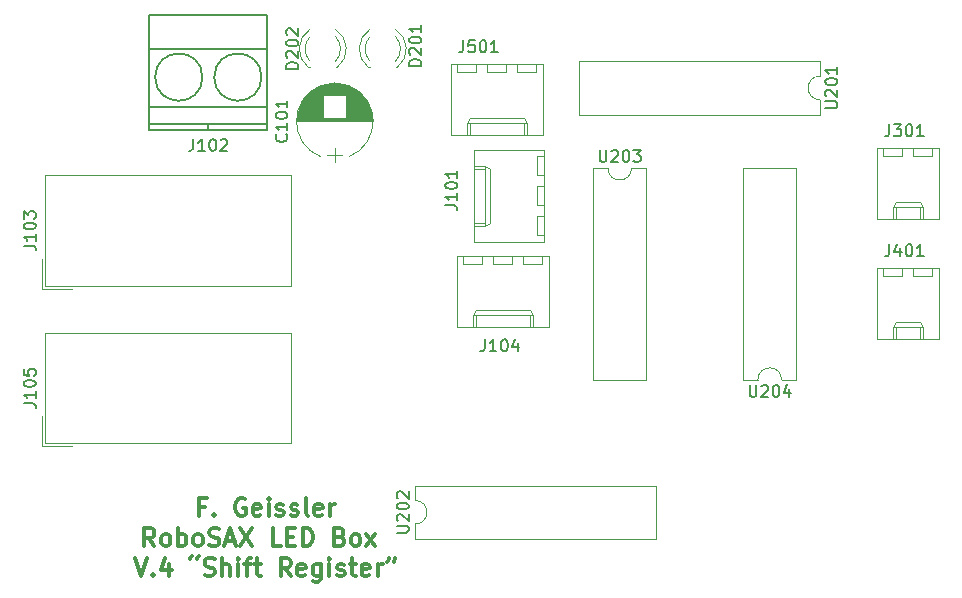
<source format=gto>
%TF.GenerationSoftware,KiCad,Pcbnew,(2017-10-29 revision a6f84051e)-master*%
%TF.CreationDate,2018-04-26T10:12:28+02:00*%
%TF.ProjectId,ledbox,6C6564626F782E6B696361645F706362,rev?*%
%TF.SameCoordinates,Original*%
%TF.FileFunction,Legend,Top*%
%TF.FilePolarity,Positive*%
%FSLAX46Y46*%
G04 Gerber Fmt 4.6, Leading zero omitted, Abs format (unit mm)*
G04 Created by KiCad (PCBNEW (2017-10-29 revision a6f84051e)-master) date Thursday, 26 April 2018 'AMt' 10:12:28*
%MOMM*%
%LPD*%
G01*
G04 APERTURE LIST*
%ADD10C,0.300000*%
%ADD11C,0.120000*%
%ADD12C,0.150000*%
%ADD13C,0.010000*%
%ADD14C,6.400000*%
%ADD15C,0.800000*%
%ADD16R,1.600000X1.600000*%
%ADD17C,1.600000*%
%ADD18R,1.800000X1.800000*%
%ADD19C,1.800000*%
%ADD20O,2.600000X2.000000*%
%ADD21R,2.600000X2.000000*%
%ADD22R,2.500000X2.500000*%
%ADD23C,2.500000*%
%ADD24R,2.000000X2.600000*%
%ADD25O,2.000000X2.600000*%
%ADD26R,1.600000X2.400000*%
%ADD27O,1.600000X2.400000*%
%ADD28R,2.400000X1.600000*%
%ADD29O,2.400000X1.600000*%
%ADD30O,1.727200X1.727200*%
%ADD31R,1.727200X1.727200*%
G04 APERTURE END LIST*
D10*
X115471428Y-142122857D02*
X114971428Y-142122857D01*
X114971428Y-142908571D02*
X114971428Y-141408571D01*
X115685714Y-141408571D01*
X116257142Y-142765714D02*
X116328571Y-142837142D01*
X116257142Y-142908571D01*
X116185714Y-142837142D01*
X116257142Y-142765714D01*
X116257142Y-142908571D01*
X118900000Y-141480000D02*
X118757142Y-141408571D01*
X118542857Y-141408571D01*
X118328571Y-141480000D01*
X118185714Y-141622857D01*
X118114285Y-141765714D01*
X118042857Y-142051428D01*
X118042857Y-142265714D01*
X118114285Y-142551428D01*
X118185714Y-142694285D01*
X118328571Y-142837142D01*
X118542857Y-142908571D01*
X118685714Y-142908571D01*
X118900000Y-142837142D01*
X118971428Y-142765714D01*
X118971428Y-142265714D01*
X118685714Y-142265714D01*
X120185714Y-142837142D02*
X120042857Y-142908571D01*
X119757142Y-142908571D01*
X119614285Y-142837142D01*
X119542857Y-142694285D01*
X119542857Y-142122857D01*
X119614285Y-141980000D01*
X119757142Y-141908571D01*
X120042857Y-141908571D01*
X120185714Y-141980000D01*
X120257142Y-142122857D01*
X120257142Y-142265714D01*
X119542857Y-142408571D01*
X120900000Y-142908571D02*
X120900000Y-141908571D01*
X120900000Y-141408571D02*
X120828571Y-141480000D01*
X120900000Y-141551428D01*
X120971428Y-141480000D01*
X120900000Y-141408571D01*
X120900000Y-141551428D01*
X121542857Y-142837142D02*
X121685714Y-142908571D01*
X121971428Y-142908571D01*
X122114285Y-142837142D01*
X122185714Y-142694285D01*
X122185714Y-142622857D01*
X122114285Y-142480000D01*
X121971428Y-142408571D01*
X121757142Y-142408571D01*
X121614285Y-142337142D01*
X121542857Y-142194285D01*
X121542857Y-142122857D01*
X121614285Y-141980000D01*
X121757142Y-141908571D01*
X121971428Y-141908571D01*
X122114285Y-141980000D01*
X122757142Y-142837142D02*
X122900000Y-142908571D01*
X123185714Y-142908571D01*
X123328571Y-142837142D01*
X123400000Y-142694285D01*
X123400000Y-142622857D01*
X123328571Y-142480000D01*
X123185714Y-142408571D01*
X122971428Y-142408571D01*
X122828571Y-142337142D01*
X122757142Y-142194285D01*
X122757142Y-142122857D01*
X122828571Y-141980000D01*
X122971428Y-141908571D01*
X123185714Y-141908571D01*
X123328571Y-141980000D01*
X124257142Y-142908571D02*
X124114285Y-142837142D01*
X124042857Y-142694285D01*
X124042857Y-141408571D01*
X125400000Y-142837142D02*
X125257142Y-142908571D01*
X124971428Y-142908571D01*
X124828571Y-142837142D01*
X124757142Y-142694285D01*
X124757142Y-142122857D01*
X124828571Y-141980000D01*
X124971428Y-141908571D01*
X125257142Y-141908571D01*
X125400000Y-141980000D01*
X125471428Y-142122857D01*
X125471428Y-142265714D01*
X124757142Y-142408571D01*
X126114285Y-142908571D02*
X126114285Y-141908571D01*
X126114285Y-142194285D02*
X126185714Y-142051428D01*
X126257142Y-141980000D01*
X126400000Y-141908571D01*
X126542857Y-141908571D01*
X111221428Y-145458571D02*
X110721428Y-144744285D01*
X110364285Y-145458571D02*
X110364285Y-143958571D01*
X110935714Y-143958571D01*
X111078571Y-144030000D01*
X111150000Y-144101428D01*
X111221428Y-144244285D01*
X111221428Y-144458571D01*
X111150000Y-144601428D01*
X111078571Y-144672857D01*
X110935714Y-144744285D01*
X110364285Y-144744285D01*
X112078571Y-145458571D02*
X111935714Y-145387142D01*
X111864285Y-145315714D01*
X111792857Y-145172857D01*
X111792857Y-144744285D01*
X111864285Y-144601428D01*
X111935714Y-144530000D01*
X112078571Y-144458571D01*
X112292857Y-144458571D01*
X112435714Y-144530000D01*
X112507142Y-144601428D01*
X112578571Y-144744285D01*
X112578571Y-145172857D01*
X112507142Y-145315714D01*
X112435714Y-145387142D01*
X112292857Y-145458571D01*
X112078571Y-145458571D01*
X113221428Y-145458571D02*
X113221428Y-143958571D01*
X113221428Y-144530000D02*
X113364285Y-144458571D01*
X113650000Y-144458571D01*
X113792857Y-144530000D01*
X113864285Y-144601428D01*
X113935714Y-144744285D01*
X113935714Y-145172857D01*
X113864285Y-145315714D01*
X113792857Y-145387142D01*
X113650000Y-145458571D01*
X113364285Y-145458571D01*
X113221428Y-145387142D01*
X114792857Y-145458571D02*
X114650000Y-145387142D01*
X114578571Y-145315714D01*
X114507142Y-145172857D01*
X114507142Y-144744285D01*
X114578571Y-144601428D01*
X114650000Y-144530000D01*
X114792857Y-144458571D01*
X115007142Y-144458571D01*
X115150000Y-144530000D01*
X115221428Y-144601428D01*
X115292857Y-144744285D01*
X115292857Y-145172857D01*
X115221428Y-145315714D01*
X115150000Y-145387142D01*
X115007142Y-145458571D01*
X114792857Y-145458571D01*
X115864285Y-145387142D02*
X116078571Y-145458571D01*
X116435714Y-145458571D01*
X116578571Y-145387142D01*
X116650000Y-145315714D01*
X116721428Y-145172857D01*
X116721428Y-145030000D01*
X116650000Y-144887142D01*
X116578571Y-144815714D01*
X116435714Y-144744285D01*
X116150000Y-144672857D01*
X116007142Y-144601428D01*
X115935714Y-144530000D01*
X115864285Y-144387142D01*
X115864285Y-144244285D01*
X115935714Y-144101428D01*
X116007142Y-144030000D01*
X116150000Y-143958571D01*
X116507142Y-143958571D01*
X116721428Y-144030000D01*
X117292857Y-145030000D02*
X118007142Y-145030000D01*
X117150000Y-145458571D02*
X117650000Y-143958571D01*
X118150000Y-145458571D01*
X118507142Y-143958571D02*
X119507142Y-145458571D01*
X119507142Y-143958571D02*
X118507142Y-145458571D01*
X121935714Y-145458571D02*
X121221428Y-145458571D01*
X121221428Y-143958571D01*
X122435714Y-144672857D02*
X122935714Y-144672857D01*
X123149999Y-145458571D02*
X122435714Y-145458571D01*
X122435714Y-143958571D01*
X123149999Y-143958571D01*
X123792857Y-145458571D02*
X123792857Y-143958571D01*
X124149999Y-143958571D01*
X124364285Y-144030000D01*
X124507142Y-144172857D01*
X124578571Y-144315714D01*
X124649999Y-144601428D01*
X124649999Y-144815714D01*
X124578571Y-145101428D01*
X124507142Y-145244285D01*
X124364285Y-145387142D01*
X124149999Y-145458571D01*
X123792857Y-145458571D01*
X126935714Y-144672857D02*
X127149999Y-144744285D01*
X127221428Y-144815714D01*
X127292857Y-144958571D01*
X127292857Y-145172857D01*
X127221428Y-145315714D01*
X127149999Y-145387142D01*
X127007142Y-145458571D01*
X126435714Y-145458571D01*
X126435714Y-143958571D01*
X126935714Y-143958571D01*
X127078571Y-144030000D01*
X127149999Y-144101428D01*
X127221428Y-144244285D01*
X127221428Y-144387142D01*
X127149999Y-144530000D01*
X127078571Y-144601428D01*
X126935714Y-144672857D01*
X126435714Y-144672857D01*
X128149999Y-145458571D02*
X128007142Y-145387142D01*
X127935714Y-145315714D01*
X127864285Y-145172857D01*
X127864285Y-144744285D01*
X127935714Y-144601428D01*
X128007142Y-144530000D01*
X128149999Y-144458571D01*
X128364285Y-144458571D01*
X128507142Y-144530000D01*
X128578571Y-144601428D01*
X128649999Y-144744285D01*
X128649999Y-145172857D01*
X128578571Y-145315714D01*
X128507142Y-145387142D01*
X128364285Y-145458571D01*
X128149999Y-145458571D01*
X129149999Y-145458571D02*
X129935714Y-144458571D01*
X129149999Y-144458571D02*
X129935714Y-145458571D01*
X109614285Y-146508571D02*
X110114285Y-148008571D01*
X110614285Y-146508571D01*
X111114285Y-147865714D02*
X111185714Y-147937142D01*
X111114285Y-148008571D01*
X111042857Y-147937142D01*
X111114285Y-147865714D01*
X111114285Y-148008571D01*
X112471428Y-147008571D02*
X112471428Y-148008571D01*
X112114285Y-146437142D02*
X111757142Y-147508571D01*
X112685714Y-147508571D01*
X114828571Y-146580000D02*
X114828571Y-146508571D01*
X114900000Y-146365714D01*
X114971428Y-146294285D01*
X114257142Y-146580000D02*
X114257142Y-146508571D01*
X114328571Y-146365714D01*
X114400000Y-146294285D01*
X115471428Y-147937142D02*
X115685714Y-148008571D01*
X116042857Y-148008571D01*
X116185714Y-147937142D01*
X116257142Y-147865714D01*
X116328571Y-147722857D01*
X116328571Y-147580000D01*
X116257142Y-147437142D01*
X116185714Y-147365714D01*
X116042857Y-147294285D01*
X115757142Y-147222857D01*
X115614285Y-147151428D01*
X115542857Y-147080000D01*
X115471428Y-146937142D01*
X115471428Y-146794285D01*
X115542857Y-146651428D01*
X115614285Y-146580000D01*
X115757142Y-146508571D01*
X116114285Y-146508571D01*
X116328571Y-146580000D01*
X116971428Y-148008571D02*
X116971428Y-146508571D01*
X117614285Y-148008571D02*
X117614285Y-147222857D01*
X117542857Y-147080000D01*
X117400000Y-147008571D01*
X117185714Y-147008571D01*
X117042857Y-147080000D01*
X116971428Y-147151428D01*
X118328571Y-148008571D02*
X118328571Y-147008571D01*
X118328571Y-146508571D02*
X118257142Y-146580000D01*
X118328571Y-146651428D01*
X118400000Y-146580000D01*
X118328571Y-146508571D01*
X118328571Y-146651428D01*
X118828571Y-147008571D02*
X119400000Y-147008571D01*
X119042857Y-148008571D02*
X119042857Y-146722857D01*
X119114285Y-146580000D01*
X119257142Y-146508571D01*
X119400000Y-146508571D01*
X119685714Y-147008571D02*
X120257142Y-147008571D01*
X119900000Y-146508571D02*
X119900000Y-147794285D01*
X119971428Y-147937142D01*
X120114285Y-148008571D01*
X120257142Y-148008571D01*
X122757142Y-148008571D02*
X122257142Y-147294285D01*
X121899999Y-148008571D02*
X121899999Y-146508571D01*
X122471428Y-146508571D01*
X122614285Y-146580000D01*
X122685714Y-146651428D01*
X122757142Y-146794285D01*
X122757142Y-147008571D01*
X122685714Y-147151428D01*
X122614285Y-147222857D01*
X122471428Y-147294285D01*
X121899999Y-147294285D01*
X123971428Y-147937142D02*
X123828571Y-148008571D01*
X123542857Y-148008571D01*
X123399999Y-147937142D01*
X123328571Y-147794285D01*
X123328571Y-147222857D01*
X123399999Y-147080000D01*
X123542857Y-147008571D01*
X123828571Y-147008571D01*
X123971428Y-147080000D01*
X124042857Y-147222857D01*
X124042857Y-147365714D01*
X123328571Y-147508571D01*
X125328571Y-147008571D02*
X125328571Y-148222857D01*
X125257142Y-148365714D01*
X125185714Y-148437142D01*
X125042857Y-148508571D01*
X124828571Y-148508571D01*
X124685714Y-148437142D01*
X125328571Y-147937142D02*
X125185714Y-148008571D01*
X124899999Y-148008571D01*
X124757142Y-147937142D01*
X124685714Y-147865714D01*
X124614285Y-147722857D01*
X124614285Y-147294285D01*
X124685714Y-147151428D01*
X124757142Y-147080000D01*
X124899999Y-147008571D01*
X125185714Y-147008571D01*
X125328571Y-147080000D01*
X126042857Y-148008571D02*
X126042857Y-147008571D01*
X126042857Y-146508571D02*
X125971428Y-146580000D01*
X126042857Y-146651428D01*
X126114285Y-146580000D01*
X126042857Y-146508571D01*
X126042857Y-146651428D01*
X126685714Y-147937142D02*
X126828571Y-148008571D01*
X127114285Y-148008571D01*
X127257142Y-147937142D01*
X127328571Y-147794285D01*
X127328571Y-147722857D01*
X127257142Y-147580000D01*
X127114285Y-147508571D01*
X126899999Y-147508571D01*
X126757142Y-147437142D01*
X126685714Y-147294285D01*
X126685714Y-147222857D01*
X126757142Y-147080000D01*
X126899999Y-147008571D01*
X127114285Y-147008571D01*
X127257142Y-147080000D01*
X127757142Y-147008571D02*
X128328571Y-147008571D01*
X127971428Y-146508571D02*
X127971428Y-147794285D01*
X128042857Y-147937142D01*
X128185714Y-148008571D01*
X128328571Y-148008571D01*
X129399999Y-147937142D02*
X129257142Y-148008571D01*
X128971428Y-148008571D01*
X128828571Y-147937142D01*
X128757142Y-147794285D01*
X128757142Y-147222857D01*
X128828571Y-147080000D01*
X128971428Y-147008571D01*
X129257142Y-147008571D01*
X129399999Y-147080000D01*
X129471428Y-147222857D01*
X129471428Y-147365714D01*
X128757142Y-147508571D01*
X130114285Y-148008571D02*
X130114285Y-147008571D01*
X130114285Y-147294285D02*
X130185714Y-147151428D01*
X130257142Y-147080000D01*
X130399999Y-147008571D01*
X130542857Y-147008571D01*
X131042857Y-146508571D02*
X131042857Y-146580000D01*
X130971428Y-146722857D01*
X130899999Y-146794285D01*
X131614285Y-146508571D02*
X131614285Y-146580000D01*
X131542857Y-146722857D01*
X131471428Y-146794285D01*
D11*
%TO.C,C101*%
X125312864Y-106476180D02*
G75*
G03X125312000Y-112511482I1179136J-3017820D01*
G01*
X127671136Y-106476180D02*
G75*
G02X127672000Y-112511482I-1179136J-3017820D01*
G01*
X127671136Y-106476180D02*
G75*
G03X125312000Y-106476518I-1179136J-3017820D01*
G01*
X123292000Y-109494000D02*
X129692000Y-109494000D01*
X123292000Y-109454000D02*
X129692000Y-109454000D01*
X123292000Y-109414000D02*
X129692000Y-109414000D01*
X123294000Y-109374000D02*
X129690000Y-109374000D01*
X123295000Y-109334000D02*
X129689000Y-109334000D01*
X123298000Y-109294000D02*
X129686000Y-109294000D01*
X123300000Y-109254000D02*
X129684000Y-109254000D01*
X123304000Y-109214000D02*
X125512000Y-109214000D01*
X127472000Y-109214000D02*
X129680000Y-109214000D01*
X123307000Y-109174000D02*
X125512000Y-109174000D01*
X127472000Y-109174000D02*
X129677000Y-109174000D01*
X123312000Y-109134000D02*
X125512000Y-109134000D01*
X127472000Y-109134000D02*
X129672000Y-109134000D01*
X123316000Y-109094000D02*
X125512000Y-109094000D01*
X127472000Y-109094000D02*
X129668000Y-109094000D01*
X123322000Y-109054000D02*
X125512000Y-109054000D01*
X127472000Y-109054000D02*
X129662000Y-109054000D01*
X123327000Y-109014000D02*
X125512000Y-109014000D01*
X127472000Y-109014000D02*
X129657000Y-109014000D01*
X123334000Y-108974000D02*
X125512000Y-108974000D01*
X127472000Y-108974000D02*
X129650000Y-108974000D01*
X123340000Y-108934000D02*
X125512000Y-108934000D01*
X127472000Y-108934000D02*
X129644000Y-108934000D01*
X123348000Y-108894000D02*
X125512000Y-108894000D01*
X127472000Y-108894000D02*
X129636000Y-108894000D01*
X123355000Y-108854000D02*
X125512000Y-108854000D01*
X127472000Y-108854000D02*
X129629000Y-108854000D01*
X123364000Y-108814000D02*
X125512000Y-108814000D01*
X127472000Y-108814000D02*
X129620000Y-108814000D01*
X123373000Y-108773000D02*
X125512000Y-108773000D01*
X127472000Y-108773000D02*
X129611000Y-108773000D01*
X123382000Y-108733000D02*
X125512000Y-108733000D01*
X127472000Y-108733000D02*
X129602000Y-108733000D01*
X123392000Y-108693000D02*
X125512000Y-108693000D01*
X127472000Y-108693000D02*
X129592000Y-108693000D01*
X123402000Y-108653000D02*
X125512000Y-108653000D01*
X127472000Y-108653000D02*
X129582000Y-108653000D01*
X123413000Y-108613000D02*
X125512000Y-108613000D01*
X127472000Y-108613000D02*
X129571000Y-108613000D01*
X123425000Y-108573000D02*
X125512000Y-108573000D01*
X127472000Y-108573000D02*
X129559000Y-108573000D01*
X123437000Y-108533000D02*
X125512000Y-108533000D01*
X127472000Y-108533000D02*
X129547000Y-108533000D01*
X123450000Y-108493000D02*
X125512000Y-108493000D01*
X127472000Y-108493000D02*
X129534000Y-108493000D01*
X123463000Y-108453000D02*
X125512000Y-108453000D01*
X127472000Y-108453000D02*
X129521000Y-108453000D01*
X123477000Y-108413000D02*
X125512000Y-108413000D01*
X127472000Y-108413000D02*
X129507000Y-108413000D01*
X123491000Y-108373000D02*
X125512000Y-108373000D01*
X127472000Y-108373000D02*
X129493000Y-108373000D01*
X123506000Y-108333000D02*
X125512000Y-108333000D01*
X127472000Y-108333000D02*
X129478000Y-108333000D01*
X123522000Y-108293000D02*
X125512000Y-108293000D01*
X127472000Y-108293000D02*
X129462000Y-108293000D01*
X123538000Y-108253000D02*
X125512000Y-108253000D01*
X127472000Y-108253000D02*
X129446000Y-108253000D01*
X123555000Y-108213000D02*
X125512000Y-108213000D01*
X127472000Y-108213000D02*
X129429000Y-108213000D01*
X123573000Y-108173000D02*
X125512000Y-108173000D01*
X127472000Y-108173000D02*
X129411000Y-108173000D01*
X123591000Y-108133000D02*
X125512000Y-108133000D01*
X127472000Y-108133000D02*
X129393000Y-108133000D01*
X123610000Y-108093000D02*
X125512000Y-108093000D01*
X127472000Y-108093000D02*
X129374000Y-108093000D01*
X123629000Y-108053000D02*
X125512000Y-108053000D01*
X127472000Y-108053000D02*
X129355000Y-108053000D01*
X123649000Y-108013000D02*
X125512000Y-108013000D01*
X127472000Y-108013000D02*
X129335000Y-108013000D01*
X123670000Y-107973000D02*
X125512000Y-107973000D01*
X127472000Y-107973000D02*
X129314000Y-107973000D01*
X123692000Y-107933000D02*
X125512000Y-107933000D01*
X127472000Y-107933000D02*
X129292000Y-107933000D01*
X123714000Y-107893000D02*
X125512000Y-107893000D01*
X127472000Y-107893000D02*
X129270000Y-107893000D01*
X123737000Y-107853000D02*
X125512000Y-107853000D01*
X127472000Y-107853000D02*
X129247000Y-107853000D01*
X123761000Y-107813000D02*
X125512000Y-107813000D01*
X127472000Y-107813000D02*
X129223000Y-107813000D01*
X123786000Y-107773000D02*
X125512000Y-107773000D01*
X127472000Y-107773000D02*
X129198000Y-107773000D01*
X123811000Y-107733000D02*
X125512000Y-107733000D01*
X127472000Y-107733000D02*
X129173000Y-107733000D01*
X123838000Y-107693000D02*
X125512000Y-107693000D01*
X127472000Y-107693000D02*
X129146000Y-107693000D01*
X123865000Y-107653000D02*
X125512000Y-107653000D01*
X127472000Y-107653000D02*
X129119000Y-107653000D01*
X123893000Y-107613000D02*
X125512000Y-107613000D01*
X127472000Y-107613000D02*
X129091000Y-107613000D01*
X123922000Y-107573000D02*
X125512000Y-107573000D01*
X127472000Y-107573000D02*
X129062000Y-107573000D01*
X123952000Y-107533000D02*
X125512000Y-107533000D01*
X127472000Y-107533000D02*
X129032000Y-107533000D01*
X123982000Y-107493000D02*
X125512000Y-107493000D01*
X127472000Y-107493000D02*
X129002000Y-107493000D01*
X124014000Y-107453000D02*
X125512000Y-107453000D01*
X127472000Y-107453000D02*
X128970000Y-107453000D01*
X124047000Y-107413000D02*
X125512000Y-107413000D01*
X127472000Y-107413000D02*
X128937000Y-107413000D01*
X124081000Y-107373000D02*
X125512000Y-107373000D01*
X127472000Y-107373000D02*
X128903000Y-107373000D01*
X124117000Y-107333000D02*
X125512000Y-107333000D01*
X127472000Y-107333000D02*
X128867000Y-107333000D01*
X124153000Y-107293000D02*
X125512000Y-107293000D01*
X127472000Y-107293000D02*
X128831000Y-107293000D01*
X124191000Y-107253000D02*
X128793000Y-107253000D01*
X124230000Y-107213000D02*
X128754000Y-107213000D01*
X124270000Y-107173000D02*
X128714000Y-107173000D01*
X124312000Y-107133000D02*
X128672000Y-107133000D01*
X124355000Y-107093000D02*
X128629000Y-107093000D01*
X124400000Y-107053000D02*
X128584000Y-107053000D01*
X124447000Y-107013000D02*
X128537000Y-107013000D01*
X124495000Y-106973000D02*
X128489000Y-106973000D01*
X124546000Y-106933000D02*
X128438000Y-106933000D01*
X124598000Y-106893000D02*
X128386000Y-106893000D01*
X124653000Y-106853000D02*
X128331000Y-106853000D01*
X124711000Y-106813000D02*
X128273000Y-106813000D01*
X124771000Y-106773000D02*
X128213000Y-106773000D01*
X124834000Y-106733000D02*
X128150000Y-106733000D01*
X124901000Y-106693000D02*
X128083000Y-106693000D01*
X124972000Y-106653000D02*
X128012000Y-106653000D01*
X125047000Y-106613000D02*
X127937000Y-106613000D01*
X125128000Y-106573000D02*
X127856000Y-106573000D01*
X125214000Y-106533000D02*
X127770000Y-106533000D01*
X125308000Y-106493000D02*
X127676000Y-106493000D01*
X125411000Y-106453000D02*
X127573000Y-106453000D01*
X125526000Y-106413000D02*
X127458000Y-106413000D01*
X125658000Y-106373000D02*
X127326000Y-106373000D01*
X125816000Y-106333000D02*
X127168000Y-106333000D01*
X126024000Y-106293000D02*
X126960000Y-106293000D01*
X126492000Y-112944000D02*
X126492000Y-111744000D01*
X125842000Y-112344000D02*
X127142000Y-112344000D01*
%TO.C,D201*%
X129477392Y-101705665D02*
G75*
G03X129320484Y-104938000I1078608J-1672335D01*
G01*
X131634608Y-101705665D02*
G75*
G02X131791516Y-104938000I-1078608J-1672335D01*
G01*
X129476163Y-102336870D02*
G75*
G03X129476000Y-104418961I1079837J-1041130D01*
G01*
X131635837Y-102336870D02*
G75*
G02X131636000Y-104418961I-1079837J-1041130D01*
G01*
X129320000Y-104938000D02*
X129476000Y-104938000D01*
X131636000Y-104938000D02*
X131792000Y-104938000D01*
%TO.C,D202*%
X126556000Y-104938000D02*
X126712000Y-104938000D01*
X124240000Y-104938000D02*
X124396000Y-104938000D01*
X126555837Y-102336870D02*
G75*
G02X126556000Y-104418961I-1079837J-1041130D01*
G01*
X124396163Y-102336870D02*
G75*
G03X124396000Y-104418961I1079837J-1041130D01*
G01*
X126554608Y-101705665D02*
G75*
G02X126711516Y-104938000I-1078608J-1672335D01*
G01*
X124397392Y-101705665D02*
G75*
G03X124240484Y-104938000I1078608J-1672335D01*
G01*
%TO.C,J101*%
X143624000Y-119164000D02*
X144244000Y-119164000D01*
X143624000Y-117564000D02*
X143624000Y-119164000D01*
X144244000Y-117564000D02*
X143624000Y-117564000D01*
X143624000Y-116624000D02*
X144244000Y-116624000D01*
X143624000Y-115024000D02*
X143624000Y-116624000D01*
X144244000Y-115024000D02*
X143624000Y-115024000D01*
X143624000Y-114084000D02*
X144244000Y-114084000D01*
X143624000Y-112484000D02*
X143624000Y-114084000D01*
X144244000Y-112484000D02*
X143624000Y-112484000D01*
X138244000Y-118114000D02*
X139244000Y-118114000D01*
X138244000Y-113534000D02*
X139244000Y-113534000D01*
X139674000Y-118114000D02*
X139244000Y-118364000D01*
X139674000Y-113534000D02*
X139674000Y-118114000D01*
X139244000Y-113284000D02*
X139674000Y-113534000D01*
X139244000Y-118364000D02*
X138244000Y-118364000D01*
X139244000Y-113284000D02*
X139244000Y-118364000D01*
X138244000Y-113284000D02*
X139244000Y-113284000D01*
X144244000Y-119734000D02*
X144244000Y-111914000D01*
X138244000Y-119734000D02*
X144244000Y-119734000D01*
X138244000Y-111914000D02*
X138244000Y-119734000D01*
X144244000Y-111914000D02*
X138244000Y-111914000D01*
D12*
%TO.C,J102*%
X115784000Y-109764000D02*
X115784000Y-110264000D01*
X110784000Y-108264000D02*
X120784000Y-108264000D01*
X110784000Y-103364000D02*
X120784000Y-103364000D01*
X110784000Y-109764000D02*
X120784000Y-109764000D01*
X110784000Y-110264000D02*
X120784000Y-110264000D01*
X120784000Y-110264000D02*
X120784000Y-100464000D01*
X120784000Y-100464000D02*
X110784000Y-100464000D01*
X110784000Y-100464000D02*
X110784000Y-110264000D01*
X120284000Y-105764000D02*
G75*
G03X120284000Y-105764000I-2000000J0D01*
G01*
X115284000Y-105764000D02*
G75*
G03X115284000Y-105764000I-2000000J0D01*
G01*
D11*
%TO.C,J104*%
X136806000Y-120932000D02*
X136806000Y-126932000D01*
X136806000Y-126932000D02*
X144626000Y-126932000D01*
X144626000Y-126932000D02*
X144626000Y-120932000D01*
X144626000Y-120932000D02*
X136806000Y-120932000D01*
X138176000Y-126932000D02*
X138176000Y-125932000D01*
X138176000Y-125932000D02*
X143256000Y-125932000D01*
X143256000Y-125932000D02*
X143256000Y-126932000D01*
X138176000Y-125932000D02*
X138426000Y-125502000D01*
X138426000Y-125502000D02*
X143006000Y-125502000D01*
X143006000Y-125502000D02*
X143256000Y-125932000D01*
X138426000Y-126932000D02*
X138426000Y-125932000D01*
X143006000Y-126932000D02*
X143006000Y-125932000D01*
X137376000Y-120932000D02*
X137376000Y-121552000D01*
X137376000Y-121552000D02*
X138976000Y-121552000D01*
X138976000Y-121552000D02*
X138976000Y-120932000D01*
X139916000Y-120932000D02*
X139916000Y-121552000D01*
X139916000Y-121552000D02*
X141516000Y-121552000D01*
X141516000Y-121552000D02*
X141516000Y-120932000D01*
X142456000Y-120932000D02*
X142456000Y-121552000D01*
X142456000Y-121552000D02*
X144056000Y-121552000D01*
X144056000Y-121552000D02*
X144056000Y-120932000D01*
%TO.C,J301*%
X172366000Y-111788000D02*
X172366000Y-117788000D01*
X172366000Y-117788000D02*
X177646000Y-117788000D01*
X177646000Y-117788000D02*
X177646000Y-111788000D01*
X177646000Y-111788000D02*
X172366000Y-111788000D01*
X173736000Y-117788000D02*
X173736000Y-116788000D01*
X173736000Y-116788000D02*
X176276000Y-116788000D01*
X176276000Y-116788000D02*
X176276000Y-117788000D01*
X173736000Y-116788000D02*
X173986000Y-116358000D01*
X173986000Y-116358000D02*
X176026000Y-116358000D01*
X176026000Y-116358000D02*
X176276000Y-116788000D01*
X173986000Y-117788000D02*
X173986000Y-116788000D01*
X176026000Y-117788000D02*
X176026000Y-116788000D01*
X172936000Y-111788000D02*
X172936000Y-112408000D01*
X172936000Y-112408000D02*
X174536000Y-112408000D01*
X174536000Y-112408000D02*
X174536000Y-111788000D01*
X175476000Y-111788000D02*
X175476000Y-112408000D01*
X175476000Y-112408000D02*
X177076000Y-112408000D01*
X177076000Y-112408000D02*
X177076000Y-111788000D01*
%TO.C,J401*%
X177076000Y-122568000D02*
X177076000Y-121948000D01*
X175476000Y-122568000D02*
X177076000Y-122568000D01*
X175476000Y-121948000D02*
X175476000Y-122568000D01*
X174536000Y-122568000D02*
X174536000Y-121948000D01*
X172936000Y-122568000D02*
X174536000Y-122568000D01*
X172936000Y-121948000D02*
X172936000Y-122568000D01*
X176026000Y-127948000D02*
X176026000Y-126948000D01*
X173986000Y-127948000D02*
X173986000Y-126948000D01*
X176026000Y-126518000D02*
X176276000Y-126948000D01*
X173986000Y-126518000D02*
X176026000Y-126518000D01*
X173736000Y-126948000D02*
X173986000Y-126518000D01*
X176276000Y-126948000D02*
X176276000Y-127948000D01*
X173736000Y-126948000D02*
X176276000Y-126948000D01*
X173736000Y-127948000D02*
X173736000Y-126948000D01*
X177646000Y-121948000D02*
X172366000Y-121948000D01*
X177646000Y-127948000D02*
X177646000Y-121948000D01*
X172366000Y-127948000D02*
X177646000Y-127948000D01*
X172366000Y-121948000D02*
X172366000Y-127948000D01*
%TO.C,J501*%
X136298000Y-104676000D02*
X136298000Y-110676000D01*
X136298000Y-110676000D02*
X144118000Y-110676000D01*
X144118000Y-110676000D02*
X144118000Y-104676000D01*
X144118000Y-104676000D02*
X136298000Y-104676000D01*
X137668000Y-110676000D02*
X137668000Y-109676000D01*
X137668000Y-109676000D02*
X142748000Y-109676000D01*
X142748000Y-109676000D02*
X142748000Y-110676000D01*
X137668000Y-109676000D02*
X137918000Y-109246000D01*
X137918000Y-109246000D02*
X142498000Y-109246000D01*
X142498000Y-109246000D02*
X142748000Y-109676000D01*
X137918000Y-110676000D02*
X137918000Y-109676000D01*
X142498000Y-110676000D02*
X142498000Y-109676000D01*
X136868000Y-104676000D02*
X136868000Y-105296000D01*
X136868000Y-105296000D02*
X138468000Y-105296000D01*
X138468000Y-105296000D02*
X138468000Y-104676000D01*
X139408000Y-104676000D02*
X139408000Y-105296000D01*
X139408000Y-105296000D02*
X141008000Y-105296000D01*
X141008000Y-105296000D02*
X141008000Y-104676000D01*
X141948000Y-104676000D02*
X141948000Y-105296000D01*
X141948000Y-105296000D02*
X143548000Y-105296000D01*
X143548000Y-105296000D02*
X143548000Y-104676000D01*
%TO.C,U201*%
X167573000Y-107680000D02*
G75*
G02X167573000Y-105680000I0J1000000D01*
G01*
X167573000Y-105680000D02*
X167573000Y-104430000D01*
X167573000Y-104430000D02*
X147133000Y-104430000D01*
X147133000Y-104430000D02*
X147133000Y-108930000D01*
X147133000Y-108930000D02*
X167573000Y-108930000D01*
X167573000Y-108930000D02*
X167573000Y-107680000D01*
%TO.C,U202*%
X133290000Y-140357000D02*
X133290000Y-141607000D01*
X153730000Y-140357000D02*
X133290000Y-140357000D01*
X153730000Y-144857000D02*
X153730000Y-140357000D01*
X133290000Y-144857000D02*
X153730000Y-144857000D01*
X133290000Y-143607000D02*
X133290000Y-144857000D01*
X133290000Y-141607000D02*
G75*
G02X133290000Y-143607000I0J-1000000D01*
G01*
%TO.C,U203*%
X151622000Y-113478000D02*
G75*
G02X149622000Y-113478000I-1000000J0D01*
G01*
X149622000Y-113478000D02*
X148372000Y-113478000D01*
X148372000Y-113478000D02*
X148372000Y-131378000D01*
X148372000Y-131378000D02*
X152872000Y-131378000D01*
X152872000Y-131378000D02*
X152872000Y-113478000D01*
X152872000Y-113478000D02*
X151622000Y-113478000D01*
%TO.C,U204*%
X161072000Y-131378000D02*
X162322000Y-131378000D01*
X161072000Y-113478000D02*
X161072000Y-131378000D01*
X165572000Y-113478000D02*
X161072000Y-113478000D01*
X165572000Y-131378000D02*
X165572000Y-113478000D01*
X164322000Y-131378000D02*
X165572000Y-131378000D01*
X162322000Y-131378000D02*
G75*
G02X164322000Y-131378000I1000000J0D01*
G01*
%TO.C,J103*%
X101715000Y-123670000D02*
X101715000Y-121130000D01*
X101715000Y-123670000D02*
X104255000Y-123670000D01*
X101965000Y-123420000D02*
X101965000Y-114070000D01*
X122825000Y-123420000D02*
X101965000Y-123420000D01*
X122825000Y-114070000D02*
X122825000Y-123420000D01*
X101965000Y-114070000D02*
X122825000Y-114070000D01*
%TO.C,J105*%
X101965000Y-127405000D02*
X122825000Y-127405000D01*
X122825000Y-127405000D02*
X122825000Y-136755000D01*
X122825000Y-136755000D02*
X101965000Y-136755000D01*
X101965000Y-136755000D02*
X101965000Y-127405000D01*
X101715000Y-137005000D02*
X104255000Y-137005000D01*
X101715000Y-137005000D02*
X101715000Y-134465000D01*
%TO.C,C101*%
D12*
X122389142Y-110613047D02*
X122436761Y-110660666D01*
X122484380Y-110803523D01*
X122484380Y-110898761D01*
X122436761Y-111041619D01*
X122341523Y-111136857D01*
X122246285Y-111184476D01*
X122055809Y-111232095D01*
X121912952Y-111232095D01*
X121722476Y-111184476D01*
X121627238Y-111136857D01*
X121532000Y-111041619D01*
X121484380Y-110898761D01*
X121484380Y-110803523D01*
X121532000Y-110660666D01*
X121579619Y-110613047D01*
X122484380Y-109660666D02*
X122484380Y-110232095D01*
X122484380Y-109946380D02*
X121484380Y-109946380D01*
X121627238Y-110041619D01*
X121722476Y-110136857D01*
X121770095Y-110232095D01*
X121484380Y-109041619D02*
X121484380Y-108946380D01*
X121532000Y-108851142D01*
X121579619Y-108803523D01*
X121674857Y-108755904D01*
X121865333Y-108708285D01*
X122103428Y-108708285D01*
X122293904Y-108755904D01*
X122389142Y-108803523D01*
X122436761Y-108851142D01*
X122484380Y-108946380D01*
X122484380Y-109041619D01*
X122436761Y-109136857D01*
X122389142Y-109184476D01*
X122293904Y-109232095D01*
X122103428Y-109279714D01*
X121865333Y-109279714D01*
X121674857Y-109232095D01*
X121579619Y-109184476D01*
X121532000Y-109136857D01*
X121484380Y-109041619D01*
X122484380Y-107755904D02*
X122484380Y-108327333D01*
X122484380Y-108041619D02*
X121484380Y-108041619D01*
X121627238Y-108136857D01*
X121722476Y-108232095D01*
X121770095Y-108327333D01*
%TO.C,D201*%
X133802380Y-104814476D02*
X132802380Y-104814476D01*
X132802380Y-104576380D01*
X132850000Y-104433523D01*
X132945238Y-104338285D01*
X133040476Y-104290666D01*
X133230952Y-104243047D01*
X133373809Y-104243047D01*
X133564285Y-104290666D01*
X133659523Y-104338285D01*
X133754761Y-104433523D01*
X133802380Y-104576380D01*
X133802380Y-104814476D01*
X132897619Y-103862095D02*
X132850000Y-103814476D01*
X132802380Y-103719238D01*
X132802380Y-103481142D01*
X132850000Y-103385904D01*
X132897619Y-103338285D01*
X132992857Y-103290666D01*
X133088095Y-103290666D01*
X133230952Y-103338285D01*
X133802380Y-103909714D01*
X133802380Y-103290666D01*
X132802380Y-102671619D02*
X132802380Y-102576380D01*
X132850000Y-102481142D01*
X132897619Y-102433523D01*
X132992857Y-102385904D01*
X133183333Y-102338285D01*
X133421428Y-102338285D01*
X133611904Y-102385904D01*
X133707142Y-102433523D01*
X133754761Y-102481142D01*
X133802380Y-102576380D01*
X133802380Y-102671619D01*
X133754761Y-102766857D01*
X133707142Y-102814476D01*
X133611904Y-102862095D01*
X133421428Y-102909714D01*
X133183333Y-102909714D01*
X132992857Y-102862095D01*
X132897619Y-102814476D01*
X132850000Y-102766857D01*
X132802380Y-102671619D01*
X133802380Y-101385904D02*
X133802380Y-101957333D01*
X133802380Y-101671619D02*
X132802380Y-101671619D01*
X132945238Y-101766857D01*
X133040476Y-101862095D01*
X133088095Y-101957333D01*
%TO.C,D202*%
X123388380Y-105068476D02*
X122388380Y-105068476D01*
X122388380Y-104830380D01*
X122436000Y-104687523D01*
X122531238Y-104592285D01*
X122626476Y-104544666D01*
X122816952Y-104497047D01*
X122959809Y-104497047D01*
X123150285Y-104544666D01*
X123245523Y-104592285D01*
X123340761Y-104687523D01*
X123388380Y-104830380D01*
X123388380Y-105068476D01*
X122483619Y-104116095D02*
X122436000Y-104068476D01*
X122388380Y-103973238D01*
X122388380Y-103735142D01*
X122436000Y-103639904D01*
X122483619Y-103592285D01*
X122578857Y-103544666D01*
X122674095Y-103544666D01*
X122816952Y-103592285D01*
X123388380Y-104163714D01*
X123388380Y-103544666D01*
X122388380Y-102925619D02*
X122388380Y-102830380D01*
X122436000Y-102735142D01*
X122483619Y-102687523D01*
X122578857Y-102639904D01*
X122769333Y-102592285D01*
X123007428Y-102592285D01*
X123197904Y-102639904D01*
X123293142Y-102687523D01*
X123340761Y-102735142D01*
X123388380Y-102830380D01*
X123388380Y-102925619D01*
X123340761Y-103020857D01*
X123293142Y-103068476D01*
X123197904Y-103116095D01*
X123007428Y-103163714D01*
X122769333Y-103163714D01*
X122578857Y-103116095D01*
X122483619Y-103068476D01*
X122436000Y-103020857D01*
X122388380Y-102925619D01*
X122483619Y-102211333D02*
X122436000Y-102163714D01*
X122388380Y-102068476D01*
X122388380Y-101830380D01*
X122436000Y-101735142D01*
X122483619Y-101687523D01*
X122578857Y-101639904D01*
X122674095Y-101639904D01*
X122816952Y-101687523D01*
X123388380Y-102258952D01*
X123388380Y-101639904D01*
%TO.C,J101*%
X135850380Y-116601714D02*
X136564666Y-116601714D01*
X136707523Y-116649333D01*
X136802761Y-116744571D01*
X136850380Y-116887428D01*
X136850380Y-116982666D01*
X136850380Y-115601714D02*
X136850380Y-116173142D01*
X136850380Y-115887428D02*
X135850380Y-115887428D01*
X135993238Y-115982666D01*
X136088476Y-116077904D01*
X136136095Y-116173142D01*
X135850380Y-114982666D02*
X135850380Y-114887428D01*
X135898000Y-114792190D01*
X135945619Y-114744571D01*
X136040857Y-114696952D01*
X136231333Y-114649333D01*
X136469428Y-114649333D01*
X136659904Y-114696952D01*
X136755142Y-114744571D01*
X136802761Y-114792190D01*
X136850380Y-114887428D01*
X136850380Y-114982666D01*
X136802761Y-115077904D01*
X136755142Y-115125523D01*
X136659904Y-115173142D01*
X136469428Y-115220761D01*
X136231333Y-115220761D01*
X136040857Y-115173142D01*
X135945619Y-115125523D01*
X135898000Y-115077904D01*
X135850380Y-114982666D01*
X136850380Y-113696952D02*
X136850380Y-114268380D01*
X136850380Y-113982666D02*
X135850380Y-113982666D01*
X135993238Y-114077904D01*
X136088476Y-114173142D01*
X136136095Y-114268380D01*
%TO.C,J102*%
X114498285Y-111016380D02*
X114498285Y-111730666D01*
X114450666Y-111873523D01*
X114355428Y-111968761D01*
X114212571Y-112016380D01*
X114117333Y-112016380D01*
X115498285Y-112016380D02*
X114926857Y-112016380D01*
X115212571Y-112016380D02*
X115212571Y-111016380D01*
X115117333Y-111159238D01*
X115022095Y-111254476D01*
X114926857Y-111302095D01*
X116117333Y-111016380D02*
X116212571Y-111016380D01*
X116307809Y-111064000D01*
X116355428Y-111111619D01*
X116403047Y-111206857D01*
X116450666Y-111397333D01*
X116450666Y-111635428D01*
X116403047Y-111825904D01*
X116355428Y-111921142D01*
X116307809Y-111968761D01*
X116212571Y-112016380D01*
X116117333Y-112016380D01*
X116022095Y-111968761D01*
X115974476Y-111921142D01*
X115926857Y-111825904D01*
X115879238Y-111635428D01*
X115879238Y-111397333D01*
X115926857Y-111206857D01*
X115974476Y-111111619D01*
X116022095Y-111064000D01*
X116117333Y-111016380D01*
X116831619Y-111111619D02*
X116879238Y-111064000D01*
X116974476Y-111016380D01*
X117212571Y-111016380D01*
X117307809Y-111064000D01*
X117355428Y-111111619D01*
X117403047Y-111206857D01*
X117403047Y-111302095D01*
X117355428Y-111444952D01*
X116784000Y-112016380D01*
X117403047Y-112016380D01*
%TO.C,J104*%
X139176285Y-127976380D02*
X139176285Y-128690666D01*
X139128666Y-128833523D01*
X139033428Y-128928761D01*
X138890571Y-128976380D01*
X138795333Y-128976380D01*
X140176285Y-128976380D02*
X139604857Y-128976380D01*
X139890571Y-128976380D02*
X139890571Y-127976380D01*
X139795333Y-128119238D01*
X139700095Y-128214476D01*
X139604857Y-128262095D01*
X140795333Y-127976380D02*
X140890571Y-127976380D01*
X140985809Y-128024000D01*
X141033428Y-128071619D01*
X141081047Y-128166857D01*
X141128666Y-128357333D01*
X141128666Y-128595428D01*
X141081047Y-128785904D01*
X141033428Y-128881142D01*
X140985809Y-128928761D01*
X140890571Y-128976380D01*
X140795333Y-128976380D01*
X140700095Y-128928761D01*
X140652476Y-128881142D01*
X140604857Y-128785904D01*
X140557238Y-128595428D01*
X140557238Y-128357333D01*
X140604857Y-128166857D01*
X140652476Y-128071619D01*
X140700095Y-128024000D01*
X140795333Y-127976380D01*
X141985809Y-128309714D02*
X141985809Y-128976380D01*
X141747714Y-127928761D02*
X141509619Y-128643047D01*
X142128666Y-128643047D01*
%TO.C,J301*%
X173450285Y-109760380D02*
X173450285Y-110474666D01*
X173402666Y-110617523D01*
X173307428Y-110712761D01*
X173164571Y-110760380D01*
X173069333Y-110760380D01*
X173831238Y-109760380D02*
X174450285Y-109760380D01*
X174116952Y-110141333D01*
X174259809Y-110141333D01*
X174355047Y-110188952D01*
X174402666Y-110236571D01*
X174450285Y-110331809D01*
X174450285Y-110569904D01*
X174402666Y-110665142D01*
X174355047Y-110712761D01*
X174259809Y-110760380D01*
X173974095Y-110760380D01*
X173878857Y-110712761D01*
X173831238Y-110665142D01*
X175069333Y-109760380D02*
X175164571Y-109760380D01*
X175259809Y-109808000D01*
X175307428Y-109855619D01*
X175355047Y-109950857D01*
X175402666Y-110141333D01*
X175402666Y-110379428D01*
X175355047Y-110569904D01*
X175307428Y-110665142D01*
X175259809Y-110712761D01*
X175164571Y-110760380D01*
X175069333Y-110760380D01*
X174974095Y-110712761D01*
X174926476Y-110665142D01*
X174878857Y-110569904D01*
X174831238Y-110379428D01*
X174831238Y-110141333D01*
X174878857Y-109950857D01*
X174926476Y-109855619D01*
X174974095Y-109808000D01*
X175069333Y-109760380D01*
X176355047Y-110760380D02*
X175783619Y-110760380D01*
X176069333Y-110760380D02*
X176069333Y-109760380D01*
X175974095Y-109903238D01*
X175878857Y-109998476D01*
X175783619Y-110046095D01*
%TO.C,J401*%
X173450285Y-119920380D02*
X173450285Y-120634666D01*
X173402666Y-120777523D01*
X173307428Y-120872761D01*
X173164571Y-120920380D01*
X173069333Y-120920380D01*
X174355047Y-120253714D02*
X174355047Y-120920380D01*
X174116952Y-119872761D02*
X173878857Y-120587047D01*
X174497904Y-120587047D01*
X175069333Y-119920380D02*
X175164571Y-119920380D01*
X175259809Y-119968000D01*
X175307428Y-120015619D01*
X175355047Y-120110857D01*
X175402666Y-120301333D01*
X175402666Y-120539428D01*
X175355047Y-120729904D01*
X175307428Y-120825142D01*
X175259809Y-120872761D01*
X175164571Y-120920380D01*
X175069333Y-120920380D01*
X174974095Y-120872761D01*
X174926476Y-120825142D01*
X174878857Y-120729904D01*
X174831238Y-120539428D01*
X174831238Y-120301333D01*
X174878857Y-120110857D01*
X174926476Y-120015619D01*
X174974095Y-119968000D01*
X175069333Y-119920380D01*
X176355047Y-120920380D02*
X175783619Y-120920380D01*
X176069333Y-120920380D02*
X176069333Y-119920380D01*
X175974095Y-120063238D01*
X175878857Y-120158476D01*
X175783619Y-120206095D01*
%TO.C,J501*%
X137382285Y-102648380D02*
X137382285Y-103362666D01*
X137334666Y-103505523D01*
X137239428Y-103600761D01*
X137096571Y-103648380D01*
X137001333Y-103648380D01*
X138334666Y-102648380D02*
X137858476Y-102648380D01*
X137810857Y-103124571D01*
X137858476Y-103076952D01*
X137953714Y-103029333D01*
X138191809Y-103029333D01*
X138287047Y-103076952D01*
X138334666Y-103124571D01*
X138382285Y-103219809D01*
X138382285Y-103457904D01*
X138334666Y-103553142D01*
X138287047Y-103600761D01*
X138191809Y-103648380D01*
X137953714Y-103648380D01*
X137858476Y-103600761D01*
X137810857Y-103553142D01*
X139001333Y-102648380D02*
X139096571Y-102648380D01*
X139191809Y-102696000D01*
X139239428Y-102743619D01*
X139287047Y-102838857D01*
X139334666Y-103029333D01*
X139334666Y-103267428D01*
X139287047Y-103457904D01*
X139239428Y-103553142D01*
X139191809Y-103600761D01*
X139096571Y-103648380D01*
X139001333Y-103648380D01*
X138906095Y-103600761D01*
X138858476Y-103553142D01*
X138810857Y-103457904D01*
X138763238Y-103267428D01*
X138763238Y-103029333D01*
X138810857Y-102838857D01*
X138858476Y-102743619D01*
X138906095Y-102696000D01*
X139001333Y-102648380D01*
X140287047Y-103648380D02*
X139715619Y-103648380D01*
X140001333Y-103648380D02*
X140001333Y-102648380D01*
X139906095Y-102791238D01*
X139810857Y-102886476D01*
X139715619Y-102934095D01*
%TO.C,U201*%
X168025380Y-108394285D02*
X168834904Y-108394285D01*
X168930142Y-108346666D01*
X168977761Y-108299047D01*
X169025380Y-108203809D01*
X169025380Y-108013333D01*
X168977761Y-107918095D01*
X168930142Y-107870476D01*
X168834904Y-107822857D01*
X168025380Y-107822857D01*
X168120619Y-107394285D02*
X168073000Y-107346666D01*
X168025380Y-107251428D01*
X168025380Y-107013333D01*
X168073000Y-106918095D01*
X168120619Y-106870476D01*
X168215857Y-106822857D01*
X168311095Y-106822857D01*
X168453952Y-106870476D01*
X169025380Y-107441904D01*
X169025380Y-106822857D01*
X168025380Y-106203809D02*
X168025380Y-106108571D01*
X168073000Y-106013333D01*
X168120619Y-105965714D01*
X168215857Y-105918095D01*
X168406333Y-105870476D01*
X168644428Y-105870476D01*
X168834904Y-105918095D01*
X168930142Y-105965714D01*
X168977761Y-106013333D01*
X169025380Y-106108571D01*
X169025380Y-106203809D01*
X168977761Y-106299047D01*
X168930142Y-106346666D01*
X168834904Y-106394285D01*
X168644428Y-106441904D01*
X168406333Y-106441904D01*
X168215857Y-106394285D01*
X168120619Y-106346666D01*
X168073000Y-106299047D01*
X168025380Y-106203809D01*
X169025380Y-104918095D02*
X169025380Y-105489523D01*
X169025380Y-105203809D02*
X168025380Y-105203809D01*
X168168238Y-105299047D01*
X168263476Y-105394285D01*
X168311095Y-105489523D01*
%TO.C,U202*%
X131742380Y-144321285D02*
X132551904Y-144321285D01*
X132647142Y-144273666D01*
X132694761Y-144226047D01*
X132742380Y-144130809D01*
X132742380Y-143940333D01*
X132694761Y-143845095D01*
X132647142Y-143797476D01*
X132551904Y-143749857D01*
X131742380Y-143749857D01*
X131837619Y-143321285D02*
X131790000Y-143273666D01*
X131742380Y-143178428D01*
X131742380Y-142940333D01*
X131790000Y-142845095D01*
X131837619Y-142797476D01*
X131932857Y-142749857D01*
X132028095Y-142749857D01*
X132170952Y-142797476D01*
X132742380Y-143368904D01*
X132742380Y-142749857D01*
X131742380Y-142130809D02*
X131742380Y-142035571D01*
X131790000Y-141940333D01*
X131837619Y-141892714D01*
X131932857Y-141845095D01*
X132123333Y-141797476D01*
X132361428Y-141797476D01*
X132551904Y-141845095D01*
X132647142Y-141892714D01*
X132694761Y-141940333D01*
X132742380Y-142035571D01*
X132742380Y-142130809D01*
X132694761Y-142226047D01*
X132647142Y-142273666D01*
X132551904Y-142321285D01*
X132361428Y-142368904D01*
X132123333Y-142368904D01*
X131932857Y-142321285D01*
X131837619Y-142273666D01*
X131790000Y-142226047D01*
X131742380Y-142130809D01*
X131837619Y-141416523D02*
X131790000Y-141368904D01*
X131742380Y-141273666D01*
X131742380Y-141035571D01*
X131790000Y-140940333D01*
X131837619Y-140892714D01*
X131932857Y-140845095D01*
X132028095Y-140845095D01*
X132170952Y-140892714D01*
X132742380Y-141464142D01*
X132742380Y-140845095D01*
%TO.C,U203*%
X148907714Y-111930380D02*
X148907714Y-112739904D01*
X148955333Y-112835142D01*
X149002952Y-112882761D01*
X149098190Y-112930380D01*
X149288666Y-112930380D01*
X149383904Y-112882761D01*
X149431523Y-112835142D01*
X149479142Y-112739904D01*
X149479142Y-111930380D01*
X149907714Y-112025619D02*
X149955333Y-111978000D01*
X150050571Y-111930380D01*
X150288666Y-111930380D01*
X150383904Y-111978000D01*
X150431523Y-112025619D01*
X150479142Y-112120857D01*
X150479142Y-112216095D01*
X150431523Y-112358952D01*
X149860095Y-112930380D01*
X150479142Y-112930380D01*
X151098190Y-111930380D02*
X151193428Y-111930380D01*
X151288666Y-111978000D01*
X151336285Y-112025619D01*
X151383904Y-112120857D01*
X151431523Y-112311333D01*
X151431523Y-112549428D01*
X151383904Y-112739904D01*
X151336285Y-112835142D01*
X151288666Y-112882761D01*
X151193428Y-112930380D01*
X151098190Y-112930380D01*
X151002952Y-112882761D01*
X150955333Y-112835142D01*
X150907714Y-112739904D01*
X150860095Y-112549428D01*
X150860095Y-112311333D01*
X150907714Y-112120857D01*
X150955333Y-112025619D01*
X151002952Y-111978000D01*
X151098190Y-111930380D01*
X151764857Y-111930380D02*
X152383904Y-111930380D01*
X152050571Y-112311333D01*
X152193428Y-112311333D01*
X152288666Y-112358952D01*
X152336285Y-112406571D01*
X152383904Y-112501809D01*
X152383904Y-112739904D01*
X152336285Y-112835142D01*
X152288666Y-112882761D01*
X152193428Y-112930380D01*
X151907714Y-112930380D01*
X151812476Y-112882761D01*
X151764857Y-112835142D01*
%TO.C,U204*%
X161607714Y-131830380D02*
X161607714Y-132639904D01*
X161655333Y-132735142D01*
X161702952Y-132782761D01*
X161798190Y-132830380D01*
X161988666Y-132830380D01*
X162083904Y-132782761D01*
X162131523Y-132735142D01*
X162179142Y-132639904D01*
X162179142Y-131830380D01*
X162607714Y-131925619D02*
X162655333Y-131878000D01*
X162750571Y-131830380D01*
X162988666Y-131830380D01*
X163083904Y-131878000D01*
X163131523Y-131925619D01*
X163179142Y-132020857D01*
X163179142Y-132116095D01*
X163131523Y-132258952D01*
X162560095Y-132830380D01*
X163179142Y-132830380D01*
X163798190Y-131830380D02*
X163893428Y-131830380D01*
X163988666Y-131878000D01*
X164036285Y-131925619D01*
X164083904Y-132020857D01*
X164131523Y-132211333D01*
X164131523Y-132449428D01*
X164083904Y-132639904D01*
X164036285Y-132735142D01*
X163988666Y-132782761D01*
X163893428Y-132830380D01*
X163798190Y-132830380D01*
X163702952Y-132782761D01*
X163655333Y-132735142D01*
X163607714Y-132639904D01*
X163560095Y-132449428D01*
X163560095Y-132211333D01*
X163607714Y-132020857D01*
X163655333Y-131925619D01*
X163702952Y-131878000D01*
X163798190Y-131830380D01*
X164988666Y-132163714D02*
X164988666Y-132830380D01*
X164750571Y-131782761D02*
X164512476Y-132497047D01*
X165131523Y-132497047D01*
%TO.C,J103*%
X100163380Y-120030714D02*
X100877666Y-120030714D01*
X101020523Y-120078333D01*
X101115761Y-120173571D01*
X101163380Y-120316428D01*
X101163380Y-120411666D01*
X101163380Y-119030714D02*
X101163380Y-119602142D01*
X101163380Y-119316428D02*
X100163380Y-119316428D01*
X100306238Y-119411666D01*
X100401476Y-119506904D01*
X100449095Y-119602142D01*
X100163380Y-118411666D02*
X100163380Y-118316428D01*
X100211000Y-118221190D01*
X100258619Y-118173571D01*
X100353857Y-118125952D01*
X100544333Y-118078333D01*
X100782428Y-118078333D01*
X100972904Y-118125952D01*
X101068142Y-118173571D01*
X101115761Y-118221190D01*
X101163380Y-118316428D01*
X101163380Y-118411666D01*
X101115761Y-118506904D01*
X101068142Y-118554523D01*
X100972904Y-118602142D01*
X100782428Y-118649761D01*
X100544333Y-118649761D01*
X100353857Y-118602142D01*
X100258619Y-118554523D01*
X100211000Y-118506904D01*
X100163380Y-118411666D01*
X100163380Y-117745000D02*
X100163380Y-117125952D01*
X100544333Y-117459285D01*
X100544333Y-117316428D01*
X100591952Y-117221190D01*
X100639571Y-117173571D01*
X100734809Y-117125952D01*
X100972904Y-117125952D01*
X101068142Y-117173571D01*
X101115761Y-117221190D01*
X101163380Y-117316428D01*
X101163380Y-117602142D01*
X101115761Y-117697380D01*
X101068142Y-117745000D01*
%TO.C,J105*%
X100163380Y-133365714D02*
X100877666Y-133365714D01*
X101020523Y-133413333D01*
X101115761Y-133508571D01*
X101163380Y-133651428D01*
X101163380Y-133746666D01*
X101163380Y-132365714D02*
X101163380Y-132937142D01*
X101163380Y-132651428D02*
X100163380Y-132651428D01*
X100306238Y-132746666D01*
X100401476Y-132841904D01*
X100449095Y-132937142D01*
X100163380Y-131746666D02*
X100163380Y-131651428D01*
X100211000Y-131556190D01*
X100258619Y-131508571D01*
X100353857Y-131460952D01*
X100544333Y-131413333D01*
X100782428Y-131413333D01*
X100972904Y-131460952D01*
X101068142Y-131508571D01*
X101115761Y-131556190D01*
X101163380Y-131651428D01*
X101163380Y-131746666D01*
X101115761Y-131841904D01*
X101068142Y-131889523D01*
X100972904Y-131937142D01*
X100782428Y-131984761D01*
X100544333Y-131984761D01*
X100353857Y-131937142D01*
X100258619Y-131889523D01*
X100211000Y-131841904D01*
X100163380Y-131746666D01*
X100163380Y-130508571D02*
X100163380Y-130984761D01*
X100639571Y-131032380D01*
X100591952Y-130984761D01*
X100544333Y-130889523D01*
X100544333Y-130651428D01*
X100591952Y-130556190D01*
X100639571Y-130508571D01*
X100734809Y-130460952D01*
X100972904Y-130460952D01*
X101068142Y-130508571D01*
X101115761Y-130556190D01*
X101163380Y-130651428D01*
X101163380Y-130889523D01*
X101115761Y-130984761D01*
X101068142Y-131032380D01*
%TD*%
%LPC*%
D13*
%TO.C,G\002A\002A\002A*%
G36*
X164468120Y-136964691D02*
X164511376Y-136989392D01*
X164535856Y-137022929D01*
X164550418Y-137051035D01*
X164559230Y-137067075D01*
X164559915Y-137068091D01*
X164572130Y-137065839D01*
X164599126Y-137056115D01*
X164608692Y-137052216D01*
X164664223Y-137035516D01*
X164709298Y-137038442D01*
X164750376Y-137061677D01*
X164757683Y-137067925D01*
X164791806Y-137113639D01*
X164806092Y-137167741D01*
X164799227Y-137222554D01*
X164788263Y-137246472D01*
X164765635Y-137284778D01*
X164813235Y-137329670D01*
X164845399Y-137365959D01*
X164854838Y-137392990D01*
X164854021Y-137397456D01*
X164845875Y-137427283D01*
X164838825Y-137455475D01*
X164822622Y-137488976D01*
X164798410Y-137515800D01*
X164759048Y-137536977D01*
X164715653Y-137539475D01*
X164664620Y-137522712D01*
X164602347Y-137486105D01*
X164598399Y-137483418D01*
X164514292Y-137425837D01*
X164340421Y-137517129D01*
X164272381Y-137552928D01*
X164205087Y-137588465D01*
X164145070Y-137620283D01*
X164098862Y-137644923D01*
X164087718Y-137650910D01*
X164043670Y-137674423D01*
X164016844Y-137687480D01*
X164002142Y-137691756D01*
X163994469Y-137688926D01*
X163990148Y-137682963D01*
X163995925Y-137670366D01*
X164016200Y-137642896D01*
X164048069Y-137604178D01*
X164088624Y-137557836D01*
X164104698Y-137540088D01*
X164153102Y-137486767D01*
X164199470Y-137435083D01*
X164239021Y-137390403D01*
X164266974Y-137358097D01*
X164270305Y-137354130D01*
X164314913Y-137300610D01*
X164280794Y-137230873D01*
X164260966Y-137185552D01*
X164252941Y-137150472D01*
X164254512Y-137114682D01*
X164255764Y-137106593D01*
X164273986Y-137055519D01*
X164307362Y-137009679D01*
X164349801Y-136975084D01*
X164395212Y-136957744D01*
X164407557Y-136956800D01*
X164468120Y-136964691D01*
X164468120Y-136964691D01*
G37*
X164468120Y-136964691D02*
X164511376Y-136989392D01*
X164535856Y-137022929D01*
X164550418Y-137051035D01*
X164559230Y-137067075D01*
X164559915Y-137068091D01*
X164572130Y-137065839D01*
X164599126Y-137056115D01*
X164608692Y-137052216D01*
X164664223Y-137035516D01*
X164709298Y-137038442D01*
X164750376Y-137061677D01*
X164757683Y-137067925D01*
X164791806Y-137113639D01*
X164806092Y-137167741D01*
X164799227Y-137222554D01*
X164788263Y-137246472D01*
X164765635Y-137284778D01*
X164813235Y-137329670D01*
X164845399Y-137365959D01*
X164854838Y-137392990D01*
X164854021Y-137397456D01*
X164845875Y-137427283D01*
X164838825Y-137455475D01*
X164822622Y-137488976D01*
X164798410Y-137515800D01*
X164759048Y-137536977D01*
X164715653Y-137539475D01*
X164664620Y-137522712D01*
X164602347Y-137486105D01*
X164598399Y-137483418D01*
X164514292Y-137425837D01*
X164340421Y-137517129D01*
X164272381Y-137552928D01*
X164205087Y-137588465D01*
X164145070Y-137620283D01*
X164098862Y-137644923D01*
X164087718Y-137650910D01*
X164043670Y-137674423D01*
X164016844Y-137687480D01*
X164002142Y-137691756D01*
X163994469Y-137688926D01*
X163990148Y-137682963D01*
X163995925Y-137670366D01*
X164016200Y-137642896D01*
X164048069Y-137604178D01*
X164088624Y-137557836D01*
X164104698Y-137540088D01*
X164153102Y-137486767D01*
X164199470Y-137435083D01*
X164239021Y-137390403D01*
X164266974Y-137358097D01*
X164270305Y-137354130D01*
X164314913Y-137300610D01*
X164280794Y-137230873D01*
X164260966Y-137185552D01*
X164252941Y-137150472D01*
X164254512Y-137114682D01*
X164255764Y-137106593D01*
X164273986Y-137055519D01*
X164307362Y-137009679D01*
X164349801Y-136975084D01*
X164395212Y-136957744D01*
X164407557Y-136956800D01*
X164468120Y-136964691D01*
G36*
X162198336Y-136811315D02*
X162243302Y-136813722D01*
X162276014Y-136819031D01*
X162303041Y-136828307D01*
X162330750Y-136842500D01*
X162386358Y-136883102D01*
X162418627Y-136928094D01*
X162427078Y-136975402D01*
X162411231Y-137022950D01*
X162380946Y-137059570D01*
X162362336Y-137078220D01*
X162351346Y-137095846D01*
X162346285Y-137119367D01*
X162345461Y-137155706D01*
X162346749Y-137199541D01*
X162350450Y-137304109D01*
X162426650Y-137321181D01*
X162608285Y-137373351D01*
X162780363Y-137445539D01*
X162940647Y-137536045D01*
X163086900Y-137643172D01*
X163216883Y-137765220D01*
X163328360Y-137900493D01*
X163419094Y-138047291D01*
X163440871Y-138091061D01*
X163499427Y-138241353D01*
X163538543Y-138399994D01*
X163557772Y-138562051D01*
X163556670Y-138722588D01*
X163534791Y-138876669D01*
X163517788Y-138943472D01*
X163468405Y-139078976D01*
X163400908Y-139215876D01*
X163319584Y-139347079D01*
X163228721Y-139465492D01*
X163155212Y-139543246D01*
X163087548Y-139601589D01*
X163006312Y-139662052D01*
X162917481Y-139720956D01*
X162827029Y-139774620D01*
X162740932Y-139819364D01*
X162665166Y-139851507D01*
X162642550Y-139858993D01*
X162591750Y-139874233D01*
X162588306Y-140115571D01*
X162584863Y-140356908D01*
X162708956Y-140391294D01*
X162918299Y-140460695D01*
X163111416Y-140548122D01*
X163287534Y-140652960D01*
X163445877Y-140774595D01*
X163585669Y-140912412D01*
X163706134Y-141065798D01*
X163806499Y-141234139D01*
X163827952Y-141277630D01*
X163853434Y-141328146D01*
X163876187Y-141359868D01*
X163901759Y-141374657D01*
X163935697Y-141374373D01*
X163983553Y-141360876D01*
X164027968Y-141344689D01*
X164139974Y-141290751D01*
X164250586Y-141215297D01*
X164355864Y-141122082D01*
X164451869Y-141014859D01*
X164534662Y-140897385D01*
X164577908Y-140820504D01*
X164609705Y-140752755D01*
X164642624Y-140673832D01*
X164673362Y-140592424D01*
X164698620Y-140517222D01*
X164713701Y-140463037D01*
X164726977Y-140400809D01*
X164740101Y-140329288D01*
X164752006Y-140255481D01*
X164761627Y-140186398D01*
X164767898Y-140129046D01*
X164769800Y-140094171D01*
X164773414Y-140059649D01*
X164782268Y-140035783D01*
X164783786Y-140033993D01*
X164786800Y-140019469D01*
X164774623Y-139993924D01*
X164745698Y-139954130D01*
X164744672Y-139952830D01*
X164670562Y-139841562D01*
X164617019Y-139719664D01*
X164602919Y-139674724D01*
X164589920Y-139623969D01*
X164582546Y-139578029D01*
X164580706Y-139530205D01*
X164584310Y-139473799D01*
X164593267Y-139402112D01*
X164598735Y-139364965D01*
X164614562Y-139270492D01*
X164630695Y-139193228D01*
X164646593Y-139135069D01*
X164661712Y-139097914D01*
X164675513Y-139083656D01*
X164679030Y-139084012D01*
X164698370Y-139089542D01*
X164736183Y-139098968D01*
X164786134Y-139110740D01*
X164818837Y-139118183D01*
X164871125Y-139130133D01*
X164913201Y-139140134D01*
X164939530Y-139146851D01*
X164945553Y-139148802D01*
X164941655Y-139160038D01*
X164926874Y-139185004D01*
X164916570Y-139200537D01*
X164878006Y-139273291D01*
X164850477Y-139358361D01*
X164836842Y-139444906D01*
X164837182Y-139501512D01*
X164855800Y-139600550D01*
X164890915Y-139689450D01*
X164940216Y-139764315D01*
X165001396Y-139821245D01*
X165039905Y-139843801D01*
X165083624Y-139857280D01*
X165139021Y-139864420D01*
X165159069Y-139864980D01*
X165242306Y-139852949D01*
X165316385Y-139817536D01*
X165380518Y-139759342D01*
X165433913Y-139678969D01*
X165451174Y-139642850D01*
X165462214Y-139602632D01*
X165469917Y-139545001D01*
X165474168Y-139477303D01*
X165474857Y-139406888D01*
X165471870Y-139341104D01*
X165465095Y-139287297D01*
X165457065Y-139258267D01*
X165446711Y-139230110D01*
X165443854Y-139214441D01*
X165444365Y-139213616D01*
X165458307Y-139212979D01*
X165491954Y-139213645D01*
X165539651Y-139215461D01*
X165575777Y-139217198D01*
X165702304Y-139223750D01*
X165718390Y-139299950D01*
X165725645Y-139348602D01*
X165730863Y-139411353D01*
X165733199Y-139476928D01*
X165733197Y-139496800D01*
X165720964Y-139633117D01*
X165686775Y-139757449D01*
X165629846Y-139871839D01*
X165549396Y-139978331D01*
X165548344Y-139979504D01*
X165508593Y-140017818D01*
X165459161Y-140057092D01*
X165406954Y-140092631D01*
X165358880Y-140119736D01*
X165321845Y-140133711D01*
X165321480Y-140133783D01*
X165299551Y-140144339D01*
X165294031Y-140158885D01*
X165306379Y-140168980D01*
X165315240Y-140169900D01*
X165334266Y-140173508D01*
X165346085Y-140186738D01*
X165351253Y-140213194D01*
X165350329Y-140256484D01*
X165343870Y-140320211D01*
X165341486Y-140339523D01*
X165305603Y-140541555D01*
X165249430Y-140746732D01*
X165175304Y-140946662D01*
X165166598Y-140966955D01*
X165072236Y-141155625D01*
X164959844Y-141330724D01*
X164831215Y-141490549D01*
X164688145Y-141633392D01*
X164532426Y-141757550D01*
X164365855Y-141861316D01*
X164190224Y-141942984D01*
X164109400Y-141971849D01*
X164001450Y-142006878D01*
X163992197Y-142120264D01*
X163963798Y-142313337D01*
X163910427Y-142505192D01*
X163832514Y-142694596D01*
X163730487Y-142880320D01*
X163723739Y-142891111D01*
X163653623Y-143002473D01*
X163712296Y-143087961D01*
X163799613Y-143224901D01*
X163888180Y-143381990D01*
X163975706Y-143554226D01*
X164059898Y-143736607D01*
X164138465Y-143924130D01*
X164209116Y-144111794D01*
X164269557Y-144294596D01*
X164278050Y-144322800D01*
X164301034Y-144400324D01*
X164319143Y-144462131D01*
X164333768Y-144513679D01*
X164346300Y-144560426D01*
X164358131Y-144607833D01*
X164370652Y-144661359D01*
X164385253Y-144726462D01*
X164403327Y-144808601D01*
X164412367Y-144849850D01*
X164432260Y-144949495D01*
X164452653Y-145067492D01*
X164472553Y-145196835D01*
X164490967Y-145330519D01*
X164506903Y-145461539D01*
X164519367Y-145582890D01*
X164523923Y-145636908D01*
X164532229Y-145744972D01*
X164584339Y-145775639D01*
X164628562Y-145807103D01*
X164678854Y-145851213D01*
X164729026Y-145901624D01*
X164772886Y-145951988D01*
X164804243Y-145995958D01*
X164810608Y-146007606D01*
X164826767Y-146056167D01*
X164834342Y-146120811D01*
X164835194Y-146152697D01*
X164831062Y-146225135D01*
X164815354Y-146286153D01*
X164784961Y-146342521D01*
X164736770Y-146401004D01*
X164707270Y-146430968D01*
X164642905Y-146486440D01*
X164569683Y-146534216D01*
X164482282Y-146577263D01*
X164375380Y-146618549D01*
X164363400Y-146622699D01*
X164242750Y-146664131D01*
X163976050Y-146664015D01*
X163885651Y-146663801D01*
X163816075Y-146662980D01*
X163762747Y-146661147D01*
X163721089Y-146657898D01*
X163686525Y-146652826D01*
X163654480Y-146645529D01*
X163620377Y-146635601D01*
X163606945Y-146631379D01*
X163474220Y-146581417D01*
X163359834Y-146522165D01*
X163265005Y-146454775D01*
X163190950Y-146380398D01*
X163138886Y-146300187D01*
X163110030Y-146215293D01*
X163104285Y-146155634D01*
X163116504Y-146071802D01*
X163151442Y-145988944D01*
X163206518Y-145910308D01*
X163279152Y-145839143D01*
X163366766Y-145778695D01*
X163428307Y-145747660D01*
X163464765Y-145731647D01*
X163458326Y-145538398D01*
X163455818Y-145473592D01*
X163452565Y-145415859D01*
X163447984Y-145360453D01*
X163441494Y-145302627D01*
X163432512Y-145237634D01*
X163420455Y-145160728D01*
X163404742Y-145067164D01*
X163390206Y-144983200D01*
X163345397Y-144765776D01*
X163287797Y-144550796D01*
X163219001Y-144342544D01*
X163140602Y-144145303D01*
X163054194Y-143963357D01*
X162961372Y-143800991D01*
X162935470Y-143761143D01*
X162896057Y-143701623D01*
X162867575Y-143660057D01*
X162845612Y-143634153D01*
X162825761Y-143621619D01*
X162803612Y-143620164D01*
X162774754Y-143627495D01*
X162734779Y-143641322D01*
X162716744Y-143647473D01*
X162659913Y-143664582D01*
X162587239Y-143683734D01*
X162507904Y-143702636D01*
X162431093Y-143718992D01*
X162428107Y-143719580D01*
X162365477Y-143731529D01*
X162313497Y-143740217D01*
X162266264Y-143746036D01*
X162217875Y-143749375D01*
X162162426Y-143750626D01*
X162094015Y-143750181D01*
X162006738Y-143748431D01*
X161996307Y-143748188D01*
X161900057Y-143745521D01*
X161822395Y-143741953D01*
X161756507Y-143736581D01*
X161695583Y-143728501D01*
X161632808Y-143716807D01*
X161561371Y-143700598D01*
X161474460Y-143678967D01*
X161474150Y-143678888D01*
X161418240Y-143663116D01*
X161359479Y-143644203D01*
X161330818Y-143633895D01*
X161293908Y-143620787D01*
X161268187Y-143613493D01*
X161260456Y-143613114D01*
X161251907Y-143625076D01*
X161232586Y-143651807D01*
X161206662Y-143687539D01*
X161206472Y-143687800D01*
X161105682Y-143842541D01*
X161011747Y-144018590D01*
X160925720Y-144212528D01*
X160848653Y-144420935D01*
X160781602Y-144640389D01*
X160725618Y-144867472D01*
X160681756Y-145098763D01*
X160651069Y-145330841D01*
X160635383Y-145542000D01*
X160627109Y-145726150D01*
X160700295Y-145763726D01*
X160800627Y-145825374D01*
X160880997Y-145896311D01*
X160940074Y-145974762D01*
X160976532Y-146058955D01*
X160989040Y-146147116D01*
X160989035Y-146149183D01*
X160976169Y-146239726D01*
X160939303Y-146325171D01*
X160879503Y-146404515D01*
X160797839Y-146476754D01*
X160695376Y-146540886D01*
X160573184Y-146595906D01*
X160480396Y-146627295D01*
X160429429Y-146641349D01*
X160381485Y-146651303D01*
X160329599Y-146658042D01*
X160266804Y-146662451D01*
X160186133Y-146665414D01*
X160178750Y-146665614D01*
X160104304Y-146666760D01*
X160031965Y-146666402D01*
X159968790Y-146664673D01*
X159921837Y-146661705D01*
X159912050Y-146660603D01*
X159790942Y-146636807D01*
X159673878Y-146599073D01*
X159564579Y-146549567D01*
X159466765Y-146490452D01*
X159384155Y-146423892D01*
X159320469Y-146352052D01*
X159288128Y-146297650D01*
X159262171Y-146213962D01*
X159258293Y-146125341D01*
X159275747Y-146037996D01*
X159313789Y-145958140D01*
X159331899Y-145933021D01*
X159369826Y-145891097D01*
X159418762Y-145844562D01*
X159471231Y-145799889D01*
X159519755Y-145763555D01*
X159546925Y-145746786D01*
X159561204Y-145736934D01*
X159569747Y-145722133D01*
X159574000Y-145696423D01*
X159575409Y-145653842D01*
X159575500Y-145628927D01*
X159578040Y-145563844D01*
X159585205Y-145478801D01*
X159596309Y-145378675D01*
X159610667Y-145268345D01*
X159627594Y-145152690D01*
X159646405Y-145036587D01*
X159666415Y-144924915D01*
X159686938Y-144822552D01*
X159692055Y-144799050D01*
X159781584Y-144442505D01*
X159887871Y-144104923D01*
X160010989Y-143786110D01*
X160151016Y-143485874D01*
X160308027Y-143204023D01*
X160339306Y-143153298D01*
X160372114Y-143099605D01*
X160399273Y-143052638D01*
X160418191Y-143017064D01*
X160426279Y-142997548D01*
X160426400Y-142996412D01*
X160418831Y-142975252D01*
X160400280Y-142946799D01*
X160396971Y-142942649D01*
X160369225Y-142903819D01*
X160334957Y-142848464D01*
X160297936Y-142783281D01*
X160261930Y-142714969D01*
X160230707Y-142650224D01*
X160224160Y-142635538D01*
X160167226Y-142480114D01*
X160124949Y-142309816D01*
X160102617Y-142165074D01*
X160095032Y-142104221D01*
X160087309Y-142052687D01*
X160080316Y-142015663D01*
X160074925Y-141998339D01*
X160074614Y-141997984D01*
X160058246Y-141989999D01*
X160024190Y-141977625D01*
X159979228Y-141963288D01*
X159970221Y-141960605D01*
X159916134Y-141941876D01*
X159850715Y-141915125D01*
X159784718Y-141884875D01*
X159756693Y-141870805D01*
X159579194Y-141764335D01*
X159415594Y-141637237D01*
X159266869Y-141490752D01*
X159133998Y-141326122D01*
X159017960Y-141144586D01*
X158919733Y-140947388D01*
X158840294Y-140735766D01*
X158826385Y-140690600D01*
X158805236Y-140612213D01*
X158784254Y-140521899D01*
X158765024Y-140427691D01*
X158749131Y-140337624D01*
X158738159Y-140259732D01*
X158734960Y-140227165D01*
X158734078Y-140194293D01*
X158741388Y-140178374D01*
X158761647Y-140171193D01*
X158768057Y-140170015D01*
X158794221Y-140160877D01*
X158809698Y-140147742D01*
X158810522Y-140136202D01*
X158795146Y-140131800D01*
X158773595Y-140126288D01*
X158737992Y-140111942D01*
X158702012Y-140094825D01*
X158611285Y-140035213D01*
X158529742Y-139955191D01*
X158460319Y-139858972D01*
X158405951Y-139750764D01*
X158369575Y-139634779D01*
X158364732Y-139611100D01*
X158357945Y-139563565D01*
X158355705Y-139513314D01*
X158358002Y-139452815D01*
X158364449Y-139378291D01*
X158371009Y-139318990D01*
X158377656Y-139269226D01*
X158383604Y-139234290D01*
X158387998Y-139219541D01*
X158402664Y-139215917D01*
X158435288Y-139212344D01*
X158479427Y-139209119D01*
X158528639Y-139206539D01*
X158576481Y-139204900D01*
X158616511Y-139204499D01*
X158642285Y-139205632D01*
X158648399Y-139207554D01*
X158645018Y-139221584D01*
X158636285Y-139252367D01*
X158627540Y-139281769D01*
X158608404Y-139378840D01*
X158607474Y-139477308D01*
X158623353Y-139572835D01*
X158654644Y-139661082D01*
X158699950Y-139737711D01*
X158757875Y-139798383D01*
X158803469Y-139828163D01*
X158859033Y-139846174D01*
X158926648Y-139852928D01*
X158995605Y-139848442D01*
X159055194Y-139832734D01*
X159066033Y-139827748D01*
X159128596Y-139782310D01*
X159181472Y-139716774D01*
X159222219Y-139635387D01*
X159248398Y-139542394D01*
X159254591Y-139499685D01*
X159253799Y-139433782D01*
X159241133Y-139358020D01*
X159219177Y-139283419D01*
X159190519Y-139221002D01*
X159188345Y-139217400D01*
X159168818Y-139185550D01*
X159154408Y-139161784D01*
X159152250Y-139158157D01*
X159157971Y-139148732D01*
X159185724Y-139136841D01*
X159236671Y-139122066D01*
X159285079Y-139110176D01*
X159341497Y-139097468D01*
X159388177Y-139087939D01*
X159420004Y-139082566D01*
X159431768Y-139082134D01*
X159437652Y-139097175D01*
X159442896Y-139120260D01*
X159452453Y-139159009D01*
X159461352Y-139186049D01*
X159467504Y-139210805D01*
X159475349Y-139254863D01*
X159483933Y-139312268D01*
X159492303Y-139377060D01*
X159493306Y-139385547D01*
X159501458Y-139461625D01*
X159505522Y-139518775D01*
X159505611Y-139563121D01*
X159501839Y-139600787D01*
X159497725Y-139622941D01*
X159476132Y-139697647D01*
X159443411Y-139778789D01*
X159403964Y-139857051D01*
X159362192Y-139923117D01*
X159346331Y-139943435D01*
X159318844Y-139977282D01*
X159305057Y-140001273D01*
X159302025Y-140024738D01*
X159306804Y-140057008D01*
X159308215Y-140064212D01*
X159315216Y-140102829D01*
X159324451Y-140158118D01*
X159334532Y-140221612D01*
X159341161Y-140265150D01*
X159383029Y-140470868D01*
X159444878Y-140661214D01*
X159526630Y-140835974D01*
X159600017Y-140955318D01*
X159645832Y-141015134D01*
X159703746Y-141080471D01*
X159767550Y-141145123D01*
X159831036Y-141202881D01*
X159887992Y-141247536D01*
X159901112Y-141256329D01*
X159963503Y-141292045D01*
X160032815Y-141325018D01*
X160100607Y-141351678D01*
X160158442Y-141368458D01*
X160172226Y-141370978D01*
X160195912Y-141373512D01*
X160211954Y-141369354D01*
X160225361Y-141353847D01*
X160241140Y-141322333D01*
X160252862Y-141295999D01*
X160310184Y-141186109D01*
X160386398Y-141070294D01*
X160477351Y-140953313D01*
X160578893Y-140839926D01*
X160686869Y-140734892D01*
X160797130Y-140642971D01*
X160864550Y-140594830D01*
X161050739Y-140484350D01*
X161248102Y-140392056D01*
X161450308Y-140320740D01*
X161541144Y-140296249D01*
X161595439Y-140283048D01*
X161591944Y-140084144D01*
X161588450Y-139885239D01*
X161531300Y-139868807D01*
X161441444Y-139836093D01*
X161341218Y-139787976D01*
X161236874Y-139728257D01*
X161134664Y-139660737D01*
X161040841Y-139589218D01*
X160974770Y-139530467D01*
X160872980Y-139417662D01*
X161378900Y-139417662D01*
X161388116Y-139473168D01*
X161416061Y-139511644D01*
X161463176Y-139533688D01*
X161464858Y-139534094D01*
X161477821Y-139531424D01*
X161509197Y-139523618D01*
X161552891Y-139512207D01*
X161565603Y-139508815D01*
X161612598Y-139495825D01*
X161649836Y-139484795D01*
X161670681Y-139477710D01*
X161672478Y-139476836D01*
X161692358Y-139471171D01*
X161732343Y-139464516D01*
X161787183Y-139457398D01*
X161851628Y-139450349D01*
X161920428Y-139443896D01*
X161988334Y-139438569D01*
X162050095Y-139434897D01*
X162100463Y-139433409D01*
X162103310Y-139433401D01*
X162174477Y-139435519D01*
X162255764Y-139441428D01*
X162340583Y-139450304D01*
X162422346Y-139461321D01*
X162494466Y-139473653D01*
X162550355Y-139486474D01*
X162566350Y-139491435D01*
X162610896Y-139502236D01*
X162663275Y-139508607D01*
X162682903Y-139509315D01*
X162737434Y-139502478D01*
X162773980Y-139480084D01*
X162794585Y-139439845D01*
X162801291Y-139379473D01*
X162801300Y-139376813D01*
X162797364Y-139333804D01*
X162783270Y-139298724D01*
X162755589Y-139267919D01*
X162710892Y-139237737D01*
X162645749Y-139204526D01*
X162634706Y-139199382D01*
X162530311Y-139157859D01*
X162421467Y-139128774D01*
X162302315Y-139111027D01*
X162166995Y-139103519D01*
X162121316Y-139103100D01*
X161956364Y-139110334D01*
X161810367Y-139132487D01*
X161681249Y-139170238D01*
X161566935Y-139224262D01*
X161465347Y-139295238D01*
X161426525Y-139329745D01*
X161395113Y-139364533D01*
X161381030Y-139395675D01*
X161378900Y-139417662D01*
X160872980Y-139417662D01*
X160857970Y-139401028D01*
X160761090Y-139259487D01*
X160684594Y-139108345D01*
X160628947Y-138950106D01*
X160594616Y-138787273D01*
X160582065Y-138622350D01*
X160591760Y-138457839D01*
X160606894Y-138382375D01*
X161038510Y-138382375D01*
X161041216Y-138436486D01*
X161047050Y-138488185D01*
X161055170Y-138531542D01*
X161064731Y-138560625D01*
X161073623Y-138569700D01*
X161084433Y-138580367D01*
X161091287Y-138598275D01*
X161107910Y-138630198D01*
X161140192Y-138668790D01*
X161181905Y-138707828D01*
X161226821Y-138741088D01*
X161244749Y-138751628D01*
X161343691Y-138792088D01*
X161444446Y-138807665D01*
X161550266Y-138798828D01*
X161559249Y-138797039D01*
X161653912Y-138764793D01*
X161738313Y-138710771D01*
X161809111Y-138637636D01*
X161857717Y-138559152D01*
X161876093Y-138517506D01*
X161884401Y-138488048D01*
X162256452Y-138488048D01*
X162261932Y-138516432D01*
X162265327Y-138528022D01*
X162292635Y-138587948D01*
X162336746Y-138650240D01*
X162391314Y-138706810D01*
X162428524Y-138736089D01*
X162518641Y-138783176D01*
X162617259Y-138806384D01*
X162724085Y-138805662D01*
X162778449Y-138796745D01*
X162871773Y-138765610D01*
X162950968Y-138714267D01*
X163017135Y-138641788D01*
X163069519Y-138551251D01*
X163087079Y-138510941D01*
X163097402Y-138476821D01*
X163102000Y-138439853D01*
X163102385Y-138391004D01*
X163101499Y-138360150D01*
X163097600Y-138295064D01*
X163090045Y-138247070D01*
X163077232Y-138207941D01*
X163068133Y-138188700D01*
X163041149Y-138144630D01*
X163007292Y-138100859D01*
X162971500Y-138062621D01*
X162938710Y-138035146D01*
X162913861Y-138023670D01*
X162912349Y-138023600D01*
X162895081Y-138030644D01*
X162860800Y-138050269D01*
X162813103Y-138080208D01*
X162755587Y-138118197D01*
X162691850Y-138161971D01*
X162685422Y-138166475D01*
X162618876Y-138213069D01*
X162556210Y-138256743D01*
X162501637Y-138294575D01*
X162459372Y-138323642D01*
X162433628Y-138341025D01*
X162433515Y-138341100D01*
X162341876Y-138404515D01*
X162282726Y-138450554D01*
X162262575Y-138469689D01*
X162256452Y-138488048D01*
X161884401Y-138488048D01*
X161886815Y-138479490D01*
X161891814Y-138435256D01*
X161893022Y-138379200D01*
X161891682Y-138319421D01*
X161886186Y-138274558D01*
X161874530Y-138234219D01*
X161857237Y-138193448D01*
X161803378Y-138104649D01*
X161733160Y-138034971D01*
X161647884Y-137985282D01*
X161548852Y-137956445D01*
X161491232Y-137949913D01*
X161395092Y-137951312D01*
X161313681Y-137969162D01*
X161240764Y-138005572D01*
X161176868Y-138056306D01*
X161113816Y-138123831D01*
X161071998Y-138192511D01*
X161047931Y-138269347D01*
X161039778Y-138331783D01*
X161038510Y-138382375D01*
X160606894Y-138382375D01*
X160624168Y-138296245D01*
X160679752Y-138140070D01*
X160705955Y-138084809D01*
X160794697Y-137935698D01*
X160903920Y-137794693D01*
X161028864Y-137667207D01*
X161164771Y-137558655D01*
X161174097Y-137552229D01*
X161308967Y-137471915D01*
X161459108Y-137402913D01*
X161616396Y-137348282D01*
X161772706Y-137311082D01*
X161842450Y-137300616D01*
X161914062Y-137292188D01*
X161964311Y-137285471D01*
X161996954Y-137278422D01*
X162015749Y-137268994D01*
X162024453Y-137255144D01*
X162026825Y-137234827D01*
X162026620Y-137205999D01*
X162026600Y-137200409D01*
X162025885Y-137158909D01*
X162021222Y-137135323D01*
X162008836Y-137122164D01*
X161984950Y-137111945D01*
X161981309Y-137110625D01*
X161942151Y-137091214D01*
X161901410Y-137063444D01*
X161892409Y-137055958D01*
X161858154Y-137013009D01*
X161848438Y-136967316D01*
X161862806Y-136920659D01*
X161900805Y-136874819D01*
X161947433Y-136840232D01*
X161971450Y-136826975D01*
X161996454Y-136818375D01*
X162028643Y-136813456D01*
X162074215Y-136811240D01*
X162134550Y-136810750D01*
X162198336Y-136811315D01*
X162198336Y-136811315D01*
G37*
X162198336Y-136811315D02*
X162243302Y-136813722D01*
X162276014Y-136819031D01*
X162303041Y-136828307D01*
X162330750Y-136842500D01*
X162386358Y-136883102D01*
X162418627Y-136928094D01*
X162427078Y-136975402D01*
X162411231Y-137022950D01*
X162380946Y-137059570D01*
X162362336Y-137078220D01*
X162351346Y-137095846D01*
X162346285Y-137119367D01*
X162345461Y-137155706D01*
X162346749Y-137199541D01*
X162350450Y-137304109D01*
X162426650Y-137321181D01*
X162608285Y-137373351D01*
X162780363Y-137445539D01*
X162940647Y-137536045D01*
X163086900Y-137643172D01*
X163216883Y-137765220D01*
X163328360Y-137900493D01*
X163419094Y-138047291D01*
X163440871Y-138091061D01*
X163499427Y-138241353D01*
X163538543Y-138399994D01*
X163557772Y-138562051D01*
X163556670Y-138722588D01*
X163534791Y-138876669D01*
X163517788Y-138943472D01*
X163468405Y-139078976D01*
X163400908Y-139215876D01*
X163319584Y-139347079D01*
X163228721Y-139465492D01*
X163155212Y-139543246D01*
X163087548Y-139601589D01*
X163006312Y-139662052D01*
X162917481Y-139720956D01*
X162827029Y-139774620D01*
X162740932Y-139819364D01*
X162665166Y-139851507D01*
X162642550Y-139858993D01*
X162591750Y-139874233D01*
X162588306Y-140115571D01*
X162584863Y-140356908D01*
X162708956Y-140391294D01*
X162918299Y-140460695D01*
X163111416Y-140548122D01*
X163287534Y-140652960D01*
X163445877Y-140774595D01*
X163585669Y-140912412D01*
X163706134Y-141065798D01*
X163806499Y-141234139D01*
X163827952Y-141277630D01*
X163853434Y-141328146D01*
X163876187Y-141359868D01*
X163901759Y-141374657D01*
X163935697Y-141374373D01*
X163983553Y-141360876D01*
X164027968Y-141344689D01*
X164139974Y-141290751D01*
X164250586Y-141215297D01*
X164355864Y-141122082D01*
X164451869Y-141014859D01*
X164534662Y-140897385D01*
X164577908Y-140820504D01*
X164609705Y-140752755D01*
X164642624Y-140673832D01*
X164673362Y-140592424D01*
X164698620Y-140517222D01*
X164713701Y-140463037D01*
X164726977Y-140400809D01*
X164740101Y-140329288D01*
X164752006Y-140255481D01*
X164761627Y-140186398D01*
X164767898Y-140129046D01*
X164769800Y-140094171D01*
X164773414Y-140059649D01*
X164782268Y-140035783D01*
X164783786Y-140033993D01*
X164786800Y-140019469D01*
X164774623Y-139993924D01*
X164745698Y-139954130D01*
X164744672Y-139952830D01*
X164670562Y-139841562D01*
X164617019Y-139719664D01*
X164602919Y-139674724D01*
X164589920Y-139623969D01*
X164582546Y-139578029D01*
X164580706Y-139530205D01*
X164584310Y-139473799D01*
X164593267Y-139402112D01*
X164598735Y-139364965D01*
X164614562Y-139270492D01*
X164630695Y-139193228D01*
X164646593Y-139135069D01*
X164661712Y-139097914D01*
X164675513Y-139083656D01*
X164679030Y-139084012D01*
X164698370Y-139089542D01*
X164736183Y-139098968D01*
X164786134Y-139110740D01*
X164818837Y-139118183D01*
X164871125Y-139130133D01*
X164913201Y-139140134D01*
X164939530Y-139146851D01*
X164945553Y-139148802D01*
X164941655Y-139160038D01*
X164926874Y-139185004D01*
X164916570Y-139200537D01*
X164878006Y-139273291D01*
X164850477Y-139358361D01*
X164836842Y-139444906D01*
X164837182Y-139501512D01*
X164855800Y-139600550D01*
X164890915Y-139689450D01*
X164940216Y-139764315D01*
X165001396Y-139821245D01*
X165039905Y-139843801D01*
X165083624Y-139857280D01*
X165139021Y-139864420D01*
X165159069Y-139864980D01*
X165242306Y-139852949D01*
X165316385Y-139817536D01*
X165380518Y-139759342D01*
X165433913Y-139678969D01*
X165451174Y-139642850D01*
X165462214Y-139602632D01*
X165469917Y-139545001D01*
X165474168Y-139477303D01*
X165474857Y-139406888D01*
X165471870Y-139341104D01*
X165465095Y-139287297D01*
X165457065Y-139258267D01*
X165446711Y-139230110D01*
X165443854Y-139214441D01*
X165444365Y-139213616D01*
X165458307Y-139212979D01*
X165491954Y-139213645D01*
X165539651Y-139215461D01*
X165575777Y-139217198D01*
X165702304Y-139223750D01*
X165718390Y-139299950D01*
X165725645Y-139348602D01*
X165730863Y-139411353D01*
X165733199Y-139476928D01*
X165733197Y-139496800D01*
X165720964Y-139633117D01*
X165686775Y-139757449D01*
X165629846Y-139871839D01*
X165549396Y-139978331D01*
X165548344Y-139979504D01*
X165508593Y-140017818D01*
X165459161Y-140057092D01*
X165406954Y-140092631D01*
X165358880Y-140119736D01*
X165321845Y-140133711D01*
X165321480Y-140133783D01*
X165299551Y-140144339D01*
X165294031Y-140158885D01*
X165306379Y-140168980D01*
X165315240Y-140169900D01*
X165334266Y-140173508D01*
X165346085Y-140186738D01*
X165351253Y-140213194D01*
X165350329Y-140256484D01*
X165343870Y-140320211D01*
X165341486Y-140339523D01*
X165305603Y-140541555D01*
X165249430Y-140746732D01*
X165175304Y-140946662D01*
X165166598Y-140966955D01*
X165072236Y-141155625D01*
X164959844Y-141330724D01*
X164831215Y-141490549D01*
X164688145Y-141633392D01*
X164532426Y-141757550D01*
X164365855Y-141861316D01*
X164190224Y-141942984D01*
X164109400Y-141971849D01*
X164001450Y-142006878D01*
X163992197Y-142120264D01*
X163963798Y-142313337D01*
X163910427Y-142505192D01*
X163832514Y-142694596D01*
X163730487Y-142880320D01*
X163723739Y-142891111D01*
X163653623Y-143002473D01*
X163712296Y-143087961D01*
X163799613Y-143224901D01*
X163888180Y-143381990D01*
X163975706Y-143554226D01*
X164059898Y-143736607D01*
X164138465Y-143924130D01*
X164209116Y-144111794D01*
X164269557Y-144294596D01*
X164278050Y-144322800D01*
X164301034Y-144400324D01*
X164319143Y-144462131D01*
X164333768Y-144513679D01*
X164346300Y-144560426D01*
X164358131Y-144607833D01*
X164370652Y-144661359D01*
X164385253Y-144726462D01*
X164403327Y-144808601D01*
X164412367Y-144849850D01*
X164432260Y-144949495D01*
X164452653Y-145067492D01*
X164472553Y-145196835D01*
X164490967Y-145330519D01*
X164506903Y-145461539D01*
X164519367Y-145582890D01*
X164523923Y-145636908D01*
X164532229Y-145744972D01*
X164584339Y-145775639D01*
X164628562Y-145807103D01*
X164678854Y-145851213D01*
X164729026Y-145901624D01*
X164772886Y-145951988D01*
X164804243Y-145995958D01*
X164810608Y-146007606D01*
X164826767Y-146056167D01*
X164834342Y-146120811D01*
X164835194Y-146152697D01*
X164831062Y-146225135D01*
X164815354Y-146286153D01*
X164784961Y-146342521D01*
X164736770Y-146401004D01*
X164707270Y-146430968D01*
X164642905Y-146486440D01*
X164569683Y-146534216D01*
X164482282Y-146577263D01*
X164375380Y-146618549D01*
X164363400Y-146622699D01*
X164242750Y-146664131D01*
X163976050Y-146664015D01*
X163885651Y-146663801D01*
X163816075Y-146662980D01*
X163762747Y-146661147D01*
X163721089Y-146657898D01*
X163686525Y-146652826D01*
X163654480Y-146645529D01*
X163620377Y-146635601D01*
X163606945Y-146631379D01*
X163474220Y-146581417D01*
X163359834Y-146522165D01*
X163265005Y-146454775D01*
X163190950Y-146380398D01*
X163138886Y-146300187D01*
X163110030Y-146215293D01*
X163104285Y-146155634D01*
X163116504Y-146071802D01*
X163151442Y-145988944D01*
X163206518Y-145910308D01*
X163279152Y-145839143D01*
X163366766Y-145778695D01*
X163428307Y-145747660D01*
X163464765Y-145731647D01*
X163458326Y-145538398D01*
X163455818Y-145473592D01*
X163452565Y-145415859D01*
X163447984Y-145360453D01*
X163441494Y-145302627D01*
X163432512Y-145237634D01*
X163420455Y-145160728D01*
X163404742Y-145067164D01*
X163390206Y-144983200D01*
X163345397Y-144765776D01*
X163287797Y-144550796D01*
X163219001Y-144342544D01*
X163140602Y-144145303D01*
X163054194Y-143963357D01*
X162961372Y-143800991D01*
X162935470Y-143761143D01*
X162896057Y-143701623D01*
X162867575Y-143660057D01*
X162845612Y-143634153D01*
X162825761Y-143621619D01*
X162803612Y-143620164D01*
X162774754Y-143627495D01*
X162734779Y-143641322D01*
X162716744Y-143647473D01*
X162659913Y-143664582D01*
X162587239Y-143683734D01*
X162507904Y-143702636D01*
X162431093Y-143718992D01*
X162428107Y-143719580D01*
X162365477Y-143731529D01*
X162313497Y-143740217D01*
X162266264Y-143746036D01*
X162217875Y-143749375D01*
X162162426Y-143750626D01*
X162094015Y-143750181D01*
X162006738Y-143748431D01*
X161996307Y-143748188D01*
X161900057Y-143745521D01*
X161822395Y-143741953D01*
X161756507Y-143736581D01*
X161695583Y-143728501D01*
X161632808Y-143716807D01*
X161561371Y-143700598D01*
X161474460Y-143678967D01*
X161474150Y-143678888D01*
X161418240Y-143663116D01*
X161359479Y-143644203D01*
X161330818Y-143633895D01*
X161293908Y-143620787D01*
X161268187Y-143613493D01*
X161260456Y-143613114D01*
X161251907Y-143625076D01*
X161232586Y-143651807D01*
X161206662Y-143687539D01*
X161206472Y-143687800D01*
X161105682Y-143842541D01*
X161011747Y-144018590D01*
X160925720Y-144212528D01*
X160848653Y-144420935D01*
X160781602Y-144640389D01*
X160725618Y-144867472D01*
X160681756Y-145098763D01*
X160651069Y-145330841D01*
X160635383Y-145542000D01*
X160627109Y-145726150D01*
X160700295Y-145763726D01*
X160800627Y-145825374D01*
X160880997Y-145896311D01*
X160940074Y-145974762D01*
X160976532Y-146058955D01*
X160989040Y-146147116D01*
X160989035Y-146149183D01*
X160976169Y-146239726D01*
X160939303Y-146325171D01*
X160879503Y-146404515D01*
X160797839Y-146476754D01*
X160695376Y-146540886D01*
X160573184Y-146595906D01*
X160480396Y-146627295D01*
X160429429Y-146641349D01*
X160381485Y-146651303D01*
X160329599Y-146658042D01*
X160266804Y-146662451D01*
X160186133Y-146665414D01*
X160178750Y-146665614D01*
X160104304Y-146666760D01*
X160031965Y-146666402D01*
X159968790Y-146664673D01*
X159921837Y-146661705D01*
X159912050Y-146660603D01*
X159790942Y-146636807D01*
X159673878Y-146599073D01*
X159564579Y-146549567D01*
X159466765Y-146490452D01*
X159384155Y-146423892D01*
X159320469Y-146352052D01*
X159288128Y-146297650D01*
X159262171Y-146213962D01*
X159258293Y-146125341D01*
X159275747Y-146037996D01*
X159313789Y-145958140D01*
X159331899Y-145933021D01*
X159369826Y-145891097D01*
X159418762Y-145844562D01*
X159471231Y-145799889D01*
X159519755Y-145763555D01*
X159546925Y-145746786D01*
X159561204Y-145736934D01*
X159569747Y-145722133D01*
X159574000Y-145696423D01*
X159575409Y-145653842D01*
X159575500Y-145628927D01*
X159578040Y-145563844D01*
X159585205Y-145478801D01*
X159596309Y-145378675D01*
X159610667Y-145268345D01*
X159627594Y-145152690D01*
X159646405Y-145036587D01*
X159666415Y-144924915D01*
X159686938Y-144822552D01*
X159692055Y-144799050D01*
X159781584Y-144442505D01*
X159887871Y-144104923D01*
X160010989Y-143786110D01*
X160151016Y-143485874D01*
X160308027Y-143204023D01*
X160339306Y-143153298D01*
X160372114Y-143099605D01*
X160399273Y-143052638D01*
X160418191Y-143017064D01*
X160426279Y-142997548D01*
X160426400Y-142996412D01*
X160418831Y-142975252D01*
X160400280Y-142946799D01*
X160396971Y-142942649D01*
X160369225Y-142903819D01*
X160334957Y-142848464D01*
X160297936Y-142783281D01*
X160261930Y-142714969D01*
X160230707Y-142650224D01*
X160224160Y-142635538D01*
X160167226Y-142480114D01*
X160124949Y-142309816D01*
X160102617Y-142165074D01*
X160095032Y-142104221D01*
X160087309Y-142052687D01*
X160080316Y-142015663D01*
X160074925Y-141998339D01*
X160074614Y-141997984D01*
X160058246Y-141989999D01*
X160024190Y-141977625D01*
X159979228Y-141963288D01*
X159970221Y-141960605D01*
X159916134Y-141941876D01*
X159850715Y-141915125D01*
X159784718Y-141884875D01*
X159756693Y-141870805D01*
X159579194Y-141764335D01*
X159415594Y-141637237D01*
X159266869Y-141490752D01*
X159133998Y-141326122D01*
X159017960Y-141144586D01*
X158919733Y-140947388D01*
X158840294Y-140735766D01*
X158826385Y-140690600D01*
X158805236Y-140612213D01*
X158784254Y-140521899D01*
X158765024Y-140427691D01*
X158749131Y-140337624D01*
X158738159Y-140259732D01*
X158734960Y-140227165D01*
X158734078Y-140194293D01*
X158741388Y-140178374D01*
X158761647Y-140171193D01*
X158768057Y-140170015D01*
X158794221Y-140160877D01*
X158809698Y-140147742D01*
X158810522Y-140136202D01*
X158795146Y-140131800D01*
X158773595Y-140126288D01*
X158737992Y-140111942D01*
X158702012Y-140094825D01*
X158611285Y-140035213D01*
X158529742Y-139955191D01*
X158460319Y-139858972D01*
X158405951Y-139750764D01*
X158369575Y-139634779D01*
X158364732Y-139611100D01*
X158357945Y-139563565D01*
X158355705Y-139513314D01*
X158358002Y-139452815D01*
X158364449Y-139378291D01*
X158371009Y-139318990D01*
X158377656Y-139269226D01*
X158383604Y-139234290D01*
X158387998Y-139219541D01*
X158402664Y-139215917D01*
X158435288Y-139212344D01*
X158479427Y-139209119D01*
X158528639Y-139206539D01*
X158576481Y-139204900D01*
X158616511Y-139204499D01*
X158642285Y-139205632D01*
X158648399Y-139207554D01*
X158645018Y-139221584D01*
X158636285Y-139252367D01*
X158627540Y-139281769D01*
X158608404Y-139378840D01*
X158607474Y-139477308D01*
X158623353Y-139572835D01*
X158654644Y-139661082D01*
X158699950Y-139737711D01*
X158757875Y-139798383D01*
X158803469Y-139828163D01*
X158859033Y-139846174D01*
X158926648Y-139852928D01*
X158995605Y-139848442D01*
X159055194Y-139832734D01*
X159066033Y-139827748D01*
X159128596Y-139782310D01*
X159181472Y-139716774D01*
X159222219Y-139635387D01*
X159248398Y-139542394D01*
X159254591Y-139499685D01*
X159253799Y-139433782D01*
X159241133Y-139358020D01*
X159219177Y-139283419D01*
X159190519Y-139221002D01*
X159188345Y-139217400D01*
X159168818Y-139185550D01*
X159154408Y-139161784D01*
X159152250Y-139158157D01*
X159157971Y-139148732D01*
X159185724Y-139136841D01*
X159236671Y-139122066D01*
X159285079Y-139110176D01*
X159341497Y-139097468D01*
X159388177Y-139087939D01*
X159420004Y-139082566D01*
X159431768Y-139082134D01*
X159437652Y-139097175D01*
X159442896Y-139120260D01*
X159452453Y-139159009D01*
X159461352Y-139186049D01*
X159467504Y-139210805D01*
X159475349Y-139254863D01*
X159483933Y-139312268D01*
X159492303Y-139377060D01*
X159493306Y-139385547D01*
X159501458Y-139461625D01*
X159505522Y-139518775D01*
X159505611Y-139563121D01*
X159501839Y-139600787D01*
X159497725Y-139622941D01*
X159476132Y-139697647D01*
X159443411Y-139778789D01*
X159403964Y-139857051D01*
X159362192Y-139923117D01*
X159346331Y-139943435D01*
X159318844Y-139977282D01*
X159305057Y-140001273D01*
X159302025Y-140024738D01*
X159306804Y-140057008D01*
X159308215Y-140064212D01*
X159315216Y-140102829D01*
X159324451Y-140158118D01*
X159334532Y-140221612D01*
X159341161Y-140265150D01*
X159383029Y-140470868D01*
X159444878Y-140661214D01*
X159526630Y-140835974D01*
X159600017Y-140955318D01*
X159645832Y-141015134D01*
X159703746Y-141080471D01*
X159767550Y-141145123D01*
X159831036Y-141202881D01*
X159887992Y-141247536D01*
X159901112Y-141256329D01*
X159963503Y-141292045D01*
X160032815Y-141325018D01*
X160100607Y-141351678D01*
X160158442Y-141368458D01*
X160172226Y-141370978D01*
X160195912Y-141373512D01*
X160211954Y-141369354D01*
X160225361Y-141353847D01*
X160241140Y-141322333D01*
X160252862Y-141295999D01*
X160310184Y-141186109D01*
X160386398Y-141070294D01*
X160477351Y-140953313D01*
X160578893Y-140839926D01*
X160686869Y-140734892D01*
X160797130Y-140642971D01*
X160864550Y-140594830D01*
X161050739Y-140484350D01*
X161248102Y-140392056D01*
X161450308Y-140320740D01*
X161541144Y-140296249D01*
X161595439Y-140283048D01*
X161591944Y-140084144D01*
X161588450Y-139885239D01*
X161531300Y-139868807D01*
X161441444Y-139836093D01*
X161341218Y-139787976D01*
X161236874Y-139728257D01*
X161134664Y-139660737D01*
X161040841Y-139589218D01*
X160974770Y-139530467D01*
X160872980Y-139417662D01*
X161378900Y-139417662D01*
X161388116Y-139473168D01*
X161416061Y-139511644D01*
X161463176Y-139533688D01*
X161464858Y-139534094D01*
X161477821Y-139531424D01*
X161509197Y-139523618D01*
X161552891Y-139512207D01*
X161565603Y-139508815D01*
X161612598Y-139495825D01*
X161649836Y-139484795D01*
X161670681Y-139477710D01*
X161672478Y-139476836D01*
X161692358Y-139471171D01*
X161732343Y-139464516D01*
X161787183Y-139457398D01*
X161851628Y-139450349D01*
X161920428Y-139443896D01*
X161988334Y-139438569D01*
X162050095Y-139434897D01*
X162100463Y-139433409D01*
X162103310Y-139433401D01*
X162174477Y-139435519D01*
X162255764Y-139441428D01*
X162340583Y-139450304D01*
X162422346Y-139461321D01*
X162494466Y-139473653D01*
X162550355Y-139486474D01*
X162566350Y-139491435D01*
X162610896Y-139502236D01*
X162663275Y-139508607D01*
X162682903Y-139509315D01*
X162737434Y-139502478D01*
X162773980Y-139480084D01*
X162794585Y-139439845D01*
X162801291Y-139379473D01*
X162801300Y-139376813D01*
X162797364Y-139333804D01*
X162783270Y-139298724D01*
X162755589Y-139267919D01*
X162710892Y-139237737D01*
X162645749Y-139204526D01*
X162634706Y-139199382D01*
X162530311Y-139157859D01*
X162421467Y-139128774D01*
X162302315Y-139111027D01*
X162166995Y-139103519D01*
X162121316Y-139103100D01*
X161956364Y-139110334D01*
X161810367Y-139132487D01*
X161681249Y-139170238D01*
X161566935Y-139224262D01*
X161465347Y-139295238D01*
X161426525Y-139329745D01*
X161395113Y-139364533D01*
X161381030Y-139395675D01*
X161378900Y-139417662D01*
X160872980Y-139417662D01*
X160857970Y-139401028D01*
X160761090Y-139259487D01*
X160684594Y-139108345D01*
X160628947Y-138950106D01*
X160594616Y-138787273D01*
X160582065Y-138622350D01*
X160591760Y-138457839D01*
X160606894Y-138382375D01*
X161038510Y-138382375D01*
X161041216Y-138436486D01*
X161047050Y-138488185D01*
X161055170Y-138531542D01*
X161064731Y-138560625D01*
X161073623Y-138569700D01*
X161084433Y-138580367D01*
X161091287Y-138598275D01*
X161107910Y-138630198D01*
X161140192Y-138668790D01*
X161181905Y-138707828D01*
X161226821Y-138741088D01*
X161244749Y-138751628D01*
X161343691Y-138792088D01*
X161444446Y-138807665D01*
X161550266Y-138798828D01*
X161559249Y-138797039D01*
X161653912Y-138764793D01*
X161738313Y-138710771D01*
X161809111Y-138637636D01*
X161857717Y-138559152D01*
X161876093Y-138517506D01*
X161884401Y-138488048D01*
X162256452Y-138488048D01*
X162261932Y-138516432D01*
X162265327Y-138528022D01*
X162292635Y-138587948D01*
X162336746Y-138650240D01*
X162391314Y-138706810D01*
X162428524Y-138736089D01*
X162518641Y-138783176D01*
X162617259Y-138806384D01*
X162724085Y-138805662D01*
X162778449Y-138796745D01*
X162871773Y-138765610D01*
X162950968Y-138714267D01*
X163017135Y-138641788D01*
X163069519Y-138551251D01*
X163087079Y-138510941D01*
X163097402Y-138476821D01*
X163102000Y-138439853D01*
X163102385Y-138391004D01*
X163101499Y-138360150D01*
X163097600Y-138295064D01*
X163090045Y-138247070D01*
X163077232Y-138207941D01*
X163068133Y-138188700D01*
X163041149Y-138144630D01*
X163007292Y-138100859D01*
X162971500Y-138062621D01*
X162938710Y-138035146D01*
X162913861Y-138023670D01*
X162912349Y-138023600D01*
X162895081Y-138030644D01*
X162860800Y-138050269D01*
X162813103Y-138080208D01*
X162755587Y-138118197D01*
X162691850Y-138161971D01*
X162685422Y-138166475D01*
X162618876Y-138213069D01*
X162556210Y-138256743D01*
X162501637Y-138294575D01*
X162459372Y-138323642D01*
X162433628Y-138341025D01*
X162433515Y-138341100D01*
X162341876Y-138404515D01*
X162282726Y-138450554D01*
X162262575Y-138469689D01*
X162256452Y-138488048D01*
X161884401Y-138488048D01*
X161886815Y-138479490D01*
X161891814Y-138435256D01*
X161893022Y-138379200D01*
X161891682Y-138319421D01*
X161886186Y-138274558D01*
X161874530Y-138234219D01*
X161857237Y-138193448D01*
X161803378Y-138104649D01*
X161733160Y-138034971D01*
X161647884Y-137985282D01*
X161548852Y-137956445D01*
X161491232Y-137949913D01*
X161395092Y-137951312D01*
X161313681Y-137969162D01*
X161240764Y-138005572D01*
X161176868Y-138056306D01*
X161113816Y-138123831D01*
X161071998Y-138192511D01*
X161047931Y-138269347D01*
X161039778Y-138331783D01*
X161038510Y-138382375D01*
X160606894Y-138382375D01*
X160624168Y-138296245D01*
X160679752Y-138140070D01*
X160705955Y-138084809D01*
X160794697Y-137935698D01*
X160903920Y-137794693D01*
X161028864Y-137667207D01*
X161164771Y-137558655D01*
X161174097Y-137552229D01*
X161308967Y-137471915D01*
X161459108Y-137402913D01*
X161616396Y-137348282D01*
X161772706Y-137311082D01*
X161842450Y-137300616D01*
X161914062Y-137292188D01*
X161964311Y-137285471D01*
X161996954Y-137278422D01*
X162015749Y-137268994D01*
X162024453Y-137255144D01*
X162026825Y-137234827D01*
X162026620Y-137205999D01*
X162026600Y-137200409D01*
X162025885Y-137158909D01*
X162021222Y-137135323D01*
X162008836Y-137122164D01*
X161984950Y-137111945D01*
X161981309Y-137110625D01*
X161942151Y-137091214D01*
X161901410Y-137063444D01*
X161892409Y-137055958D01*
X161858154Y-137013009D01*
X161848438Y-136967316D01*
X161862806Y-136920659D01*
X161900805Y-136874819D01*
X161947433Y-136840232D01*
X161971450Y-136826975D01*
X161996454Y-136818375D01*
X162028643Y-136813456D01*
X162074215Y-136811240D01*
X162134550Y-136810750D01*
X162198336Y-136811315D01*
%TD*%
D14*
%TO.C,REF\002A\002A*%
X105000000Y-105000000D03*
D15*
X107400000Y-105000000D03*
X106697056Y-106697056D03*
X105000000Y-107400000D03*
X103302944Y-106697056D03*
X102600000Y-105000000D03*
X103302944Y-103302944D03*
X105000000Y-102600000D03*
X106697056Y-103302944D03*
%TD*%
%TO.C,REF\002A\002A*%
X106697056Y-143302944D03*
X105000000Y-142600000D03*
X103302944Y-143302944D03*
X102600000Y-145000000D03*
X103302944Y-146697056D03*
X105000000Y-147400000D03*
X106697056Y-146697056D03*
X107400000Y-145000000D03*
D14*
X105000000Y-145000000D03*
%TD*%
%TO.C,REF\002A\002A*%
X175000000Y-145000000D03*
D15*
X177400000Y-145000000D03*
X176697056Y-146697056D03*
X175000000Y-147400000D03*
X173302944Y-146697056D03*
X172600000Y-145000000D03*
X173302944Y-143302944D03*
X175000000Y-142600000D03*
X176697056Y-143302944D03*
%TD*%
%TO.C,REF\002A\002A*%
X176697056Y-103302944D03*
X175000000Y-102600000D03*
X173302944Y-103302944D03*
X172600000Y-105000000D03*
X173302944Y-106697056D03*
X175000000Y-107400000D03*
X176697056Y-106697056D03*
X177400000Y-105000000D03*
D14*
X175000000Y-105000000D03*
%TD*%
D16*
%TO.C,C101*%
X126492000Y-110744000D03*
D17*
X126492000Y-108244000D03*
%TD*%
D18*
%TO.C,D201*%
X130556000Y-104648000D03*
D19*
X130556000Y-102108000D03*
%TD*%
%TO.C,D202*%
X125476000Y-102108000D03*
D18*
X125476000Y-104648000D03*
%TD*%
D20*
%TO.C,J101*%
X141224000Y-118364000D03*
X141224000Y-115824000D03*
D21*
X141224000Y-113284000D03*
%TD*%
D22*
%TO.C,J102*%
X113284000Y-105664000D03*
D23*
X118284000Y-105664000D03*
%TD*%
D24*
%TO.C,J104*%
X138176000Y-123952000D03*
D25*
X140716000Y-123952000D03*
X143256000Y-123952000D03*
%TD*%
D24*
%TO.C,J301*%
X173736000Y-114808000D03*
D25*
X176276000Y-114808000D03*
%TD*%
%TO.C,J401*%
X176276000Y-124968000D03*
D24*
X173736000Y-124968000D03*
%TD*%
%TO.C,J501*%
X137668000Y-107696000D03*
D25*
X140208000Y-107696000D03*
X142748000Y-107696000D03*
%TD*%
D26*
%TO.C,U201*%
X166243000Y-102870000D03*
D27*
X148463000Y-110490000D03*
X163703000Y-102870000D03*
X151003000Y-110490000D03*
X161163000Y-102870000D03*
X153543000Y-110490000D03*
X158623000Y-102870000D03*
X156083000Y-110490000D03*
X156083000Y-102870000D03*
X158623000Y-110490000D03*
X153543000Y-102870000D03*
X161163000Y-110490000D03*
X151003000Y-102870000D03*
X163703000Y-110490000D03*
X148463000Y-102870000D03*
X166243000Y-110490000D03*
%TD*%
%TO.C,U202*%
X134620000Y-138797000D03*
X152400000Y-146417000D03*
X137160000Y-138797000D03*
X149860000Y-146417000D03*
X139700000Y-138797000D03*
X147320000Y-146417000D03*
X142240000Y-138797000D03*
X144780000Y-146417000D03*
X144780000Y-138797000D03*
X142240000Y-146417000D03*
X147320000Y-138797000D03*
X139700000Y-146417000D03*
X149860000Y-138797000D03*
X137160000Y-146417000D03*
X152400000Y-138797000D03*
D26*
X134620000Y-146417000D03*
%TD*%
D28*
%TO.C,U203*%
X146812000Y-114808000D03*
D29*
X154432000Y-130048000D03*
X146812000Y-117348000D03*
X154432000Y-127508000D03*
X146812000Y-119888000D03*
X154432000Y-124968000D03*
X146812000Y-122428000D03*
X154432000Y-122428000D03*
X146812000Y-124968000D03*
X154432000Y-119888000D03*
X146812000Y-127508000D03*
X154432000Y-117348000D03*
X146812000Y-130048000D03*
X154432000Y-114808000D03*
%TD*%
%TO.C,U204*%
X159512000Y-130048000D03*
X167132000Y-114808000D03*
X159512000Y-127508000D03*
X167132000Y-117348000D03*
X159512000Y-124968000D03*
X167132000Y-119888000D03*
X159512000Y-122428000D03*
X167132000Y-122428000D03*
X159512000Y-119888000D03*
X167132000Y-124968000D03*
X159512000Y-117348000D03*
X167132000Y-127508000D03*
X159512000Y-114808000D03*
D28*
X167132000Y-130048000D03*
%TD*%
D30*
%TO.C,J103*%
X117475000Y-117475000D03*
X117475000Y-120015000D03*
X114935000Y-117475000D03*
X114935000Y-120015000D03*
X112395000Y-117475000D03*
X112395000Y-120015000D03*
X109855000Y-117475000D03*
X109855000Y-120015000D03*
X107315000Y-117475000D03*
D31*
X107315000Y-120015000D03*
%TD*%
%TO.C,J105*%
X107315000Y-133350000D03*
D30*
X107315000Y-130810000D03*
X109855000Y-133350000D03*
X109855000Y-130810000D03*
X112395000Y-133350000D03*
X112395000Y-130810000D03*
X114935000Y-133350000D03*
X114935000Y-130810000D03*
X117475000Y-133350000D03*
X117475000Y-130810000D03*
%TD*%
M02*

</source>
